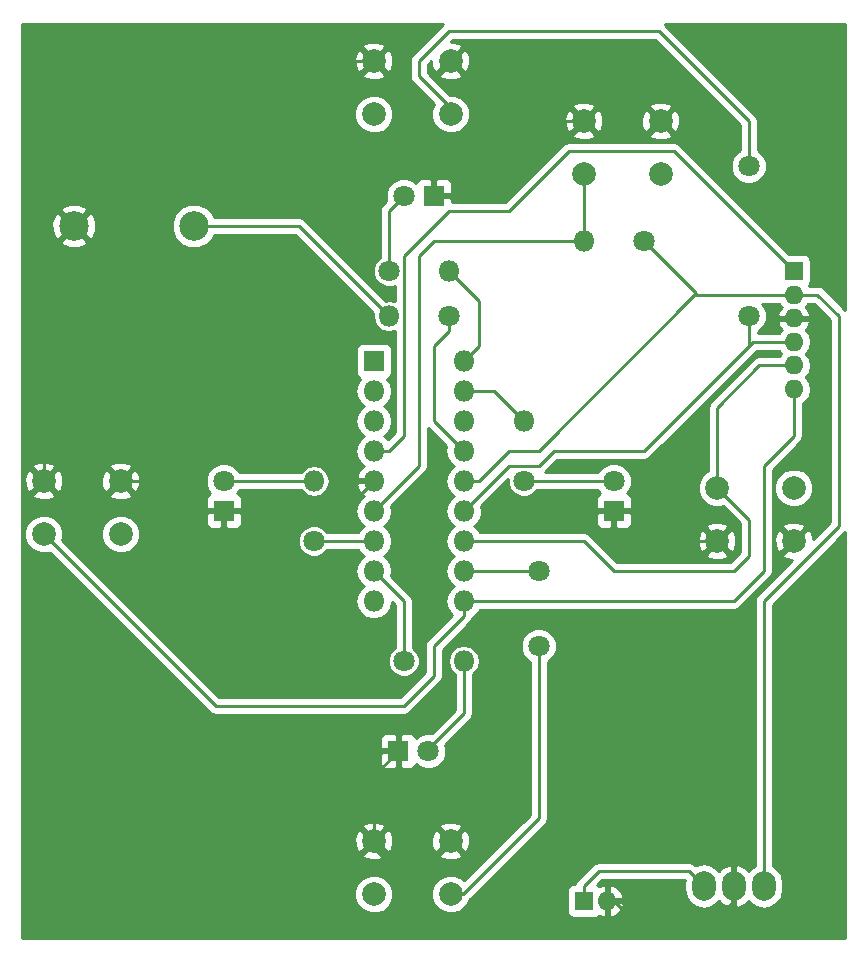
<source format=gbl>
G04 #@! TF.FileFunction,Copper,L2,Bot,Signal*
%FSLAX46Y46*%
G04 Gerber Fmt 4.6, Leading zero omitted, Abs format (unit mm)*
G04 Created by KiCad (PCBNEW 4.0.7-e2-6376~58~ubuntu16.04.1) date Wed Oct 11 22:45:29 2017*
%MOMM*%
%LPD*%
G01*
G04 APERTURE LIST*
%ADD10C,0.100000*%
%ADD11C,2.499360*%
%ADD12R,1.800000X1.800000*%
%ADD13C,1.800000*%
%ADD14O,1.800000X1.800000*%
%ADD15C,2.000000*%
%ADD16O,2.000000X2.500000*%
%ADD17R,1.600000X1.600000*%
%ADD18O,1.600000X1.600000*%
%ADD19C,0.250000*%
%ADD20C,0.254000*%
G04 APERTURE END LIST*
D10*
D11*
X53340000Y-80010000D03*
X63500000Y-80010000D03*
D12*
X66040000Y-104140000D03*
D13*
X66040000Y-101600000D03*
D12*
X80820000Y-124460000D03*
D13*
X83360000Y-124460000D03*
D12*
X99060000Y-104140000D03*
D13*
X99060000Y-101600000D03*
D12*
X83820000Y-77470000D03*
D13*
X81280000Y-77470000D03*
X73660000Y-106680000D03*
D14*
X73660000Y-101600000D03*
D13*
X81280000Y-116840000D03*
D14*
X86360000Y-116840000D03*
D13*
X101600000Y-81280000D03*
D14*
X96520000Y-81280000D03*
D13*
X91440000Y-101600000D03*
D14*
X91440000Y-96520000D03*
D13*
X80010000Y-83820000D03*
D14*
X85090000Y-83820000D03*
D13*
X85090000Y-87630000D03*
D14*
X80010000Y-87630000D03*
D15*
X50800000Y-106100000D03*
X50800000Y-101600000D03*
X57300000Y-106100000D03*
X57300000Y-101600000D03*
X78740000Y-136580000D03*
X78740000Y-132080000D03*
X85240000Y-136580000D03*
X85240000Y-132080000D03*
X114300000Y-102180000D03*
X114300000Y-106680000D03*
X107800000Y-102180000D03*
X107800000Y-106680000D03*
X78740000Y-70540000D03*
X78740000Y-66040000D03*
X85240000Y-70540000D03*
X85240000Y-66040000D03*
X96520000Y-75620000D03*
X96520000Y-71120000D03*
X103020000Y-75620000D03*
X103020000Y-71120000D03*
D16*
X109220000Y-135890000D03*
X111760000Y-135890000D03*
X106680000Y-135890000D03*
D12*
X78740000Y-91440000D03*
D14*
X86360000Y-111760000D03*
X78740000Y-93980000D03*
X86360000Y-109220000D03*
X78740000Y-96520000D03*
X86360000Y-106680000D03*
X78740000Y-99060000D03*
X86360000Y-104140000D03*
X78740000Y-101600000D03*
X86360000Y-101600000D03*
X78740000Y-104140000D03*
X86360000Y-99060000D03*
X78740000Y-106680000D03*
X86360000Y-96520000D03*
X78740000Y-109220000D03*
X86360000Y-93980000D03*
X78740000Y-111760000D03*
X86360000Y-91440000D03*
D17*
X96520000Y-137160000D03*
D18*
X98520000Y-137160000D03*
D17*
X114300000Y-83820000D03*
D18*
X114300000Y-85820000D03*
X114300000Y-87820000D03*
X114300000Y-89820000D03*
X114300000Y-91820000D03*
X114300000Y-93820000D03*
D13*
X110490000Y-74930000D03*
X110490000Y-87630000D03*
X92710000Y-109220000D03*
X92710000Y-115570000D03*
D19*
X96520000Y-137160000D02*
X96520000Y-135890000D01*
X105410000Y-134620000D02*
X106680000Y-135890000D01*
X97790000Y-134620000D02*
X105410000Y-134620000D01*
X96520000Y-135890000D02*
X97790000Y-134620000D01*
X78740000Y-132080000D02*
X78740000Y-126540000D01*
X78740000Y-126540000D02*
X80820000Y-124460000D01*
X98520000Y-137160000D02*
X98520000Y-138335000D01*
X85090000Y-139065000D02*
X78740000Y-132715000D01*
X97790000Y-139065000D02*
X85090000Y-139065000D01*
X98520000Y-138335000D02*
X97790000Y-139065000D01*
X78740000Y-132715000D02*
X78740000Y-132080000D01*
X83820000Y-77470000D02*
X83820000Y-76200000D01*
X81280000Y-68580000D02*
X78740000Y-66040000D01*
X81280000Y-73660000D02*
X81280000Y-68580000D01*
X83820000Y-76200000D02*
X81280000Y-73660000D01*
X114300000Y-87820000D02*
X115760000Y-87820000D01*
X115760000Y-87820000D02*
X116840000Y-88900000D01*
X116840000Y-88900000D02*
X116840000Y-104140000D01*
X116840000Y-104140000D02*
X114300000Y-106680000D01*
X78740000Y-66040000D02*
X67310000Y-66040000D01*
X67310000Y-66040000D02*
X53340000Y-80010000D01*
X96520000Y-71120000D02*
X95250000Y-71120000D01*
X90320000Y-71120000D02*
X85240000Y-66040000D01*
X95250000Y-71120000D02*
X90320000Y-71120000D01*
X99060000Y-104140000D02*
X101600000Y-104140000D01*
X104140000Y-106680000D02*
X107800000Y-106680000D01*
X101600000Y-104140000D02*
X104140000Y-106680000D01*
X69850000Y-104140000D02*
X76200000Y-104140000D01*
X66040000Y-104140000D02*
X69850000Y-104140000D01*
X76200000Y-104140000D02*
X78740000Y-101600000D01*
X57300000Y-101600000D02*
X59690000Y-101600000D01*
X59690000Y-101600000D02*
X62230000Y-104140000D01*
X62230000Y-104140000D02*
X66040000Y-104140000D01*
X50800000Y-101600000D02*
X50800000Y-82550000D01*
X50800000Y-82550000D02*
X53340000Y-80010000D01*
X98520000Y-137160000D02*
X98520000Y-137700000D01*
X98520000Y-137160000D02*
X99060000Y-137160000D01*
X99060000Y-137160000D02*
X100330000Y-138430000D01*
X100330000Y-138430000D02*
X107950000Y-138430000D01*
X107950000Y-138430000D02*
X109220000Y-137160000D01*
X109220000Y-137160000D02*
X109220000Y-135890000D01*
X63500000Y-80010000D02*
X72390000Y-80010000D01*
X72390000Y-80010000D02*
X80010000Y-87630000D01*
X66040000Y-101600000D02*
X73660000Y-101600000D01*
X83360000Y-124460000D02*
X83360000Y-124285000D01*
X83360000Y-124285000D02*
X86360000Y-121285000D01*
X86360000Y-121285000D02*
X86360000Y-116840000D01*
X91440000Y-101600000D02*
X99060000Y-101600000D01*
X80010000Y-83820000D02*
X80010000Y-78740000D01*
X80010000Y-78740000D02*
X81280000Y-77470000D01*
X78740000Y-99060000D02*
X80010000Y-99060000D01*
X104140000Y-73660000D02*
X114300000Y-83820000D01*
X95250000Y-73660000D02*
X104140000Y-73660000D01*
X90170000Y-78740000D02*
X95250000Y-73660000D01*
X85090000Y-78740000D02*
X90170000Y-78740000D01*
X81280000Y-82550000D02*
X85090000Y-78740000D01*
X81280000Y-97790000D02*
X81280000Y-82550000D01*
X80010000Y-99060000D02*
X81280000Y-97790000D01*
X86360000Y-101600000D02*
X87630000Y-101600000D01*
X106045000Y-85725000D02*
X105410000Y-85090000D01*
X92710000Y-99060000D02*
X106045000Y-85725000D01*
X90170000Y-99060000D02*
X92710000Y-99060000D01*
X87630000Y-101600000D02*
X90170000Y-99060000D01*
X111760000Y-135890000D02*
X111760000Y-111760000D01*
X116300000Y-85820000D02*
X114300000Y-85820000D01*
X118110000Y-87630000D02*
X116300000Y-85820000D01*
X118110000Y-105410000D02*
X118110000Y-87630000D01*
X111760000Y-111760000D02*
X118110000Y-105410000D01*
X114300000Y-85820000D02*
X106140000Y-85820000D01*
X106140000Y-85820000D02*
X105410000Y-85090000D01*
X105410000Y-85090000D02*
X101600000Y-81280000D01*
X85240000Y-70540000D02*
X85240000Y-70000000D01*
X85240000Y-70000000D02*
X82550000Y-67310000D01*
X82550000Y-67310000D02*
X82550000Y-66040000D01*
X82550000Y-66040000D02*
X85090000Y-63500000D01*
X85090000Y-63500000D02*
X102870000Y-63500000D01*
X102870000Y-63500000D02*
X110490000Y-71120000D01*
X110490000Y-71120000D02*
X110490000Y-74930000D01*
X110490000Y-87630000D02*
X110490000Y-90170000D01*
X86360000Y-104140000D02*
X90170000Y-100330000D01*
X110840000Y-89820000D02*
X114300000Y-89820000D01*
X101600000Y-99060000D02*
X110490000Y-90170000D01*
X110490000Y-90170000D02*
X110840000Y-89820000D01*
X93980000Y-99060000D02*
X101600000Y-99060000D01*
X92710000Y-100330000D02*
X93980000Y-99060000D01*
X90170000Y-100330000D02*
X92710000Y-100330000D01*
X86360000Y-106680000D02*
X96520000Y-106680000D01*
X110490000Y-104870000D02*
X107800000Y-102180000D01*
X110490000Y-107950000D02*
X110490000Y-104870000D01*
X109220000Y-109220000D02*
X110490000Y-107950000D01*
X99060000Y-109220000D02*
X109220000Y-109220000D01*
X96520000Y-106680000D02*
X99060000Y-109220000D01*
X114300000Y-91820000D02*
X111380000Y-91820000D01*
X107800000Y-95400000D02*
X107800000Y-102180000D01*
X111380000Y-91820000D02*
X107800000Y-95400000D01*
X107800000Y-102180000D02*
X107800000Y-102720000D01*
X114300000Y-93820000D02*
X114300000Y-97790000D01*
X109220000Y-111760000D02*
X86360000Y-111760000D01*
X111760000Y-109220000D02*
X109220000Y-111760000D01*
X111760000Y-100330000D02*
X111760000Y-109220000D01*
X114300000Y-97790000D02*
X111760000Y-100330000D01*
X86360000Y-111760000D02*
X86360000Y-113030000D01*
X65350000Y-120650000D02*
X50800000Y-106100000D01*
X81280000Y-120650000D02*
X65350000Y-120650000D01*
X83820000Y-118110000D02*
X81280000Y-120650000D01*
X83820000Y-115570000D02*
X83820000Y-118110000D01*
X86360000Y-113030000D02*
X83820000Y-115570000D01*
X73660000Y-106680000D02*
X78740000Y-106680000D01*
X81280000Y-116840000D02*
X81280000Y-111760000D01*
X81280000Y-111760000D02*
X78740000Y-109220000D01*
X96520000Y-81280000D02*
X83820000Y-81280000D01*
X82550000Y-100330000D02*
X78740000Y-104140000D01*
X82550000Y-82550000D02*
X82550000Y-100330000D01*
X83820000Y-81280000D02*
X82550000Y-82550000D01*
X96520000Y-81280000D02*
X96520000Y-75620000D01*
X86360000Y-93980000D02*
X88900000Y-93980000D01*
X88900000Y-93980000D02*
X91440000Y-96520000D01*
X85090000Y-83820000D02*
X87630000Y-86360000D01*
X87630000Y-90170000D02*
X86360000Y-91440000D01*
X87630000Y-86360000D02*
X87630000Y-90170000D01*
X85090000Y-87630000D02*
X85090000Y-88900000D01*
X83820000Y-96520000D02*
X86360000Y-99060000D01*
X83820000Y-90170000D02*
X83820000Y-96520000D01*
X85090000Y-88900000D02*
X83820000Y-90170000D01*
X85240000Y-136580000D02*
X86305000Y-136580000D01*
X92710000Y-109220000D02*
X86360000Y-109220000D01*
X92710000Y-130175000D02*
X92710000Y-115570000D01*
X86305000Y-136580000D02*
X92710000Y-130175000D01*
D20*
G36*
X84552599Y-62962599D02*
X82012599Y-65502599D01*
X81847852Y-65749161D01*
X81790000Y-66040000D01*
X81790000Y-67310000D01*
X81847852Y-67600839D01*
X82012599Y-67847401D01*
X83832163Y-69666965D01*
X83605284Y-70213352D01*
X83604716Y-70863795D01*
X83853106Y-71464943D01*
X84312637Y-71925278D01*
X84913352Y-72174716D01*
X85563795Y-72175284D01*
X86164943Y-71926894D01*
X86625278Y-71467363D01*
X86874716Y-70866648D01*
X86874725Y-70855461D01*
X94874092Y-70855461D01*
X94898144Y-71505460D01*
X95100613Y-71994264D01*
X95367468Y-72092927D01*
X96340395Y-71120000D01*
X96699605Y-71120000D01*
X97672532Y-72092927D01*
X97939387Y-71994264D01*
X98165908Y-71384539D01*
X98146331Y-70855461D01*
X101374092Y-70855461D01*
X101398144Y-71505460D01*
X101600613Y-71994264D01*
X101867468Y-72092927D01*
X102840395Y-71120000D01*
X103199605Y-71120000D01*
X104172532Y-72092927D01*
X104439387Y-71994264D01*
X104665908Y-71384539D01*
X104641856Y-70734540D01*
X104439387Y-70245736D01*
X104172532Y-70147073D01*
X103199605Y-71120000D01*
X102840395Y-71120000D01*
X101867468Y-70147073D01*
X101600613Y-70245736D01*
X101374092Y-70855461D01*
X98146331Y-70855461D01*
X98141856Y-70734540D01*
X97939387Y-70245736D01*
X97672532Y-70147073D01*
X96699605Y-71120000D01*
X96340395Y-71120000D01*
X95367468Y-70147073D01*
X95100613Y-70245736D01*
X94874092Y-70855461D01*
X86874725Y-70855461D01*
X86875284Y-70216205D01*
X86772508Y-69967468D01*
X95547073Y-69967468D01*
X96520000Y-70940395D01*
X97492927Y-69967468D01*
X102047073Y-69967468D01*
X103020000Y-70940395D01*
X103992927Y-69967468D01*
X103894264Y-69700613D01*
X103284539Y-69474092D01*
X102634540Y-69498144D01*
X102145736Y-69700613D01*
X102047073Y-69967468D01*
X97492927Y-69967468D01*
X97394264Y-69700613D01*
X96784539Y-69474092D01*
X96134540Y-69498144D01*
X95645736Y-69700613D01*
X95547073Y-69967468D01*
X86772508Y-69967468D01*
X86626894Y-69615057D01*
X86167363Y-69154722D01*
X85566648Y-68905284D01*
X85219783Y-68904981D01*
X83507334Y-67192532D01*
X84267073Y-67192532D01*
X84365736Y-67459387D01*
X84975461Y-67685908D01*
X85625460Y-67661856D01*
X86114264Y-67459387D01*
X86212927Y-67192532D01*
X85240000Y-66219605D01*
X84267073Y-67192532D01*
X83507334Y-67192532D01*
X83310000Y-66995198D01*
X83310000Y-66354802D01*
X83604627Y-66060175D01*
X83618144Y-66425460D01*
X83820613Y-66914264D01*
X84087468Y-67012927D01*
X85060395Y-66040000D01*
X85419605Y-66040000D01*
X86392532Y-67012927D01*
X86659387Y-66914264D01*
X86885908Y-66304539D01*
X86861856Y-65654540D01*
X86659387Y-65165736D01*
X86392532Y-65067073D01*
X85419605Y-66040000D01*
X85060395Y-66040000D01*
X85046253Y-66025858D01*
X85225858Y-65846253D01*
X85240000Y-65860395D01*
X86212927Y-64887468D01*
X86114264Y-64620613D01*
X85504539Y-64394092D01*
X85261725Y-64403077D01*
X85404802Y-64260000D01*
X102555198Y-64260000D01*
X109730000Y-71434802D01*
X109730000Y-73583154D01*
X109621629Y-73627932D01*
X109189449Y-74059357D01*
X108955267Y-74623330D01*
X108954735Y-75233991D01*
X109187932Y-75798371D01*
X109619357Y-76230551D01*
X110183330Y-76464733D01*
X110793991Y-76465265D01*
X111358371Y-76232068D01*
X111790551Y-75800643D01*
X112024733Y-75236670D01*
X112025265Y-74626009D01*
X111792068Y-74061629D01*
X111360643Y-73629449D01*
X111250000Y-73583506D01*
X111250000Y-71120000D01*
X111199037Y-70863795D01*
X111192148Y-70829160D01*
X111027401Y-70582599D01*
X103407401Y-62962599D01*
X103373579Y-62940000D01*
X118670000Y-62940000D01*
X118670000Y-87126421D01*
X118647401Y-87092599D01*
X116837401Y-85282599D01*
X116590839Y-85117852D01*
X116300000Y-85060000D01*
X115567901Y-85060000D01*
X115696431Y-84871890D01*
X115747440Y-84620000D01*
X115747440Y-83020000D01*
X115703162Y-82784683D01*
X115564090Y-82568559D01*
X115351890Y-82423569D01*
X115100000Y-82372560D01*
X113927362Y-82372560D01*
X104677401Y-73122599D01*
X104430839Y-72957852D01*
X104140000Y-72900000D01*
X95250000Y-72900000D01*
X94959161Y-72957852D01*
X94712599Y-73122599D01*
X89855198Y-77980000D01*
X85355000Y-77980000D01*
X85355000Y-77755750D01*
X85196250Y-77597000D01*
X83947000Y-77597000D01*
X83947000Y-77617000D01*
X83693000Y-77617000D01*
X83693000Y-77597000D01*
X83673000Y-77597000D01*
X83673000Y-77343000D01*
X83693000Y-77343000D01*
X83693000Y-76093750D01*
X83947000Y-76093750D01*
X83947000Y-77343000D01*
X85196250Y-77343000D01*
X85355000Y-77184250D01*
X85355000Y-76443690D01*
X85258327Y-76210301D01*
X85079698Y-76031673D01*
X84846309Y-75935000D01*
X84105750Y-75935000D01*
X83947000Y-76093750D01*
X83693000Y-76093750D01*
X83534250Y-75935000D01*
X82793691Y-75935000D01*
X82560302Y-76031673D01*
X82381673Y-76210301D01*
X82325881Y-76344994D01*
X82150643Y-76169449D01*
X81586670Y-75935267D01*
X80976009Y-75934735D01*
X80411629Y-76167932D01*
X79979449Y-76599357D01*
X79745267Y-77163330D01*
X79744735Y-77773991D01*
X79790485Y-77884713D01*
X79472599Y-78202599D01*
X79307852Y-78449161D01*
X79250000Y-78740000D01*
X79250000Y-82692345D01*
X78878902Y-83062796D01*
X78675232Y-83553287D01*
X78674769Y-84084383D01*
X78877582Y-84575229D01*
X79252796Y-84951098D01*
X79743287Y-85154768D01*
X80274383Y-85155231D01*
X80520000Y-85053744D01*
X80520000Y-86391243D01*
X80036154Y-86295000D01*
X79983846Y-86295000D01*
X79788632Y-86333830D01*
X72927401Y-79472599D01*
X72680839Y-79307852D01*
X72390000Y-79250000D01*
X65225201Y-79250000D01*
X65098686Y-78943809D01*
X64568979Y-78413178D01*
X63876531Y-78125648D01*
X63126759Y-78124994D01*
X62433809Y-78411314D01*
X61903178Y-78941021D01*
X61615648Y-79633469D01*
X61614994Y-80383241D01*
X61901314Y-81076191D01*
X62431021Y-81606822D01*
X63123469Y-81894352D01*
X63873241Y-81895006D01*
X64566191Y-81608686D01*
X65096822Y-81078979D01*
X65225121Y-80770000D01*
X72075198Y-80770000D01*
X78696355Y-87391157D01*
X78648846Y-87630000D01*
X78750467Y-88140882D01*
X79039858Y-88573988D01*
X79472964Y-88863379D01*
X79983846Y-88965000D01*
X80036154Y-88965000D01*
X80520000Y-88868757D01*
X80520000Y-97475198D01*
X79921621Y-98073577D01*
X79855481Y-97974591D01*
X79579221Y-97790000D01*
X79855481Y-97605409D01*
X80188227Y-97107419D01*
X80305072Y-96520000D01*
X80188227Y-95932581D01*
X79855481Y-95434591D01*
X79579221Y-95250000D01*
X79855481Y-95065409D01*
X80188227Y-94567419D01*
X80305072Y-93980000D01*
X80188227Y-93392581D01*
X79884141Y-92937484D01*
X80091441Y-92804090D01*
X80236431Y-92591890D01*
X80287440Y-92340000D01*
X80287440Y-90540000D01*
X80243162Y-90304683D01*
X80104090Y-90088559D01*
X79891890Y-89943569D01*
X79640000Y-89892560D01*
X77840000Y-89892560D01*
X77604683Y-89936838D01*
X77388559Y-90075910D01*
X77243569Y-90288110D01*
X77192560Y-90540000D01*
X77192560Y-92340000D01*
X77236838Y-92575317D01*
X77375910Y-92791441D01*
X77588110Y-92936431D01*
X77595555Y-92937939D01*
X77291773Y-93392581D01*
X77174928Y-93980000D01*
X77291773Y-94567419D01*
X77624519Y-95065409D01*
X77900779Y-95250000D01*
X77624519Y-95434591D01*
X77291773Y-95932581D01*
X77174928Y-96520000D01*
X77291773Y-97107419D01*
X77624519Y-97605409D01*
X77900779Y-97790000D01*
X77624519Y-97974591D01*
X77291773Y-98472581D01*
X77174928Y-99060000D01*
X77291773Y-99647419D01*
X77624519Y-100145409D01*
X77900925Y-100330097D01*
X77832424Y-100362034D01*
X77427760Y-100803583D01*
X77248964Y-101235260D01*
X77369622Y-101473000D01*
X78613000Y-101473000D01*
X78613000Y-101453000D01*
X78867000Y-101453000D01*
X78867000Y-101473000D01*
X78887000Y-101473000D01*
X78887000Y-101727000D01*
X78867000Y-101727000D01*
X78867000Y-101747000D01*
X78613000Y-101747000D01*
X78613000Y-101727000D01*
X77369622Y-101727000D01*
X77248964Y-101964740D01*
X77427760Y-102396417D01*
X77832424Y-102837966D01*
X77900925Y-102869903D01*
X77624519Y-103054591D01*
X77291773Y-103552581D01*
X77174928Y-104140000D01*
X77291773Y-104727419D01*
X77624519Y-105225409D01*
X77900779Y-105410000D01*
X77624519Y-105594591D01*
X77407088Y-105920000D01*
X74787655Y-105920000D01*
X74417204Y-105548902D01*
X73926713Y-105345232D01*
X73395617Y-105344769D01*
X72904771Y-105547582D01*
X72528902Y-105922796D01*
X72325232Y-106413287D01*
X72324769Y-106944383D01*
X72527582Y-107435229D01*
X72902796Y-107811098D01*
X73393287Y-108014768D01*
X73924383Y-108015231D01*
X74415229Y-107812418D01*
X74788297Y-107440000D01*
X77407088Y-107440000D01*
X77624519Y-107765409D01*
X77900779Y-107950000D01*
X77624519Y-108134591D01*
X77291773Y-108632581D01*
X77174928Y-109220000D01*
X77291773Y-109807419D01*
X77624519Y-110305409D01*
X77900779Y-110490000D01*
X77624519Y-110674591D01*
X77291773Y-111172581D01*
X77174928Y-111760000D01*
X77291773Y-112347419D01*
X77624519Y-112845409D01*
X78122509Y-113178155D01*
X78709928Y-113295000D01*
X78770072Y-113295000D01*
X79357491Y-113178155D01*
X79855481Y-112845409D01*
X80188227Y-112347419D01*
X80288502Y-111843304D01*
X80520000Y-112074802D01*
X80520000Y-115712345D01*
X80148902Y-116082796D01*
X79945232Y-116573287D01*
X79944769Y-117104383D01*
X80147582Y-117595229D01*
X80522796Y-117971098D01*
X81013287Y-118174768D01*
X81544383Y-118175231D01*
X82035229Y-117972418D01*
X82411098Y-117597204D01*
X82614768Y-117106713D01*
X82615231Y-116575617D01*
X82412418Y-116084771D01*
X82040000Y-115711703D01*
X82040000Y-111760000D01*
X81982148Y-111469161D01*
X81982148Y-111469160D01*
X81817401Y-111222599D01*
X80223731Y-109628929D01*
X80305072Y-109220000D01*
X80188227Y-108632581D01*
X79855481Y-108134591D01*
X79579221Y-107950000D01*
X79855481Y-107765409D01*
X80188227Y-107267419D01*
X80305072Y-106680000D01*
X80188227Y-106092581D01*
X79855481Y-105594591D01*
X79579221Y-105410000D01*
X79855481Y-105225409D01*
X80188227Y-104727419D01*
X80305072Y-104140000D01*
X80223731Y-103731071D01*
X83087401Y-100867401D01*
X83252148Y-100620839D01*
X83310000Y-100330000D01*
X83310000Y-97084802D01*
X84876269Y-98651071D01*
X84794928Y-99060000D01*
X84911773Y-99647419D01*
X85244519Y-100145409D01*
X85520779Y-100330000D01*
X85244519Y-100514591D01*
X84911773Y-101012581D01*
X84794928Y-101600000D01*
X84911773Y-102187419D01*
X85244519Y-102685409D01*
X85520779Y-102870000D01*
X85244519Y-103054591D01*
X84911773Y-103552581D01*
X84794928Y-104140000D01*
X84911773Y-104727419D01*
X85244519Y-105225409D01*
X85520779Y-105410000D01*
X85244519Y-105594591D01*
X84911773Y-106092581D01*
X84794928Y-106680000D01*
X84911773Y-107267419D01*
X85244519Y-107765409D01*
X85520779Y-107950000D01*
X85244519Y-108134591D01*
X84911773Y-108632581D01*
X84794928Y-109220000D01*
X84911773Y-109807419D01*
X85244519Y-110305409D01*
X85520779Y-110490000D01*
X85244519Y-110674591D01*
X84911773Y-111172581D01*
X84794928Y-111760000D01*
X84911773Y-112347419D01*
X85244519Y-112845409D01*
X85379559Y-112935639D01*
X83282599Y-115032599D01*
X83117852Y-115279161D01*
X83060000Y-115570000D01*
X83060000Y-117795198D01*
X80965198Y-119890000D01*
X65664802Y-119890000D01*
X52366275Y-106591473D01*
X52434716Y-106426648D01*
X52434718Y-106423795D01*
X55664716Y-106423795D01*
X55913106Y-107024943D01*
X56372637Y-107485278D01*
X56973352Y-107734716D01*
X57623795Y-107735284D01*
X58224943Y-107486894D01*
X58685278Y-107027363D01*
X58934716Y-106426648D01*
X58935284Y-105776205D01*
X58686894Y-105175057D01*
X58227363Y-104714722D01*
X57626648Y-104465284D01*
X56976205Y-104464716D01*
X56375057Y-104713106D01*
X55914722Y-105172637D01*
X55665284Y-105773352D01*
X55664716Y-106423795D01*
X52434718Y-106423795D01*
X52435284Y-105776205D01*
X52186894Y-105175057D01*
X51727363Y-104714722D01*
X51126648Y-104465284D01*
X50476205Y-104464716D01*
X49875057Y-104713106D01*
X49414722Y-105172637D01*
X49165284Y-105773352D01*
X49164716Y-106423795D01*
X49413106Y-107024943D01*
X49872637Y-107485278D01*
X50473352Y-107734716D01*
X51123795Y-107735284D01*
X51291279Y-107666081D01*
X64812599Y-121187401D01*
X65059160Y-121352148D01*
X65350000Y-121410000D01*
X81280000Y-121410000D01*
X81570839Y-121352148D01*
X81817401Y-121187401D01*
X84357401Y-118647401D01*
X84522148Y-118400840D01*
X84531746Y-118352586D01*
X84580000Y-118110000D01*
X84580000Y-115884802D01*
X86897401Y-113567401D01*
X87062148Y-113320840D01*
X87071746Y-113272586D01*
X87107857Y-113091047D01*
X87475481Y-112845409D01*
X87692912Y-112520000D01*
X109220000Y-112520000D01*
X109510839Y-112462148D01*
X109757401Y-112297401D01*
X112297401Y-109757401D01*
X112462148Y-109510840D01*
X112471746Y-109462586D01*
X112520000Y-109220000D01*
X112520000Y-106415461D01*
X112654092Y-106415461D01*
X112678144Y-107065460D01*
X112880613Y-107554264D01*
X113147468Y-107652927D01*
X114120395Y-106680000D01*
X113147468Y-105707073D01*
X112880613Y-105805736D01*
X112654092Y-106415461D01*
X112520000Y-106415461D01*
X112520000Y-105527468D01*
X113327073Y-105527468D01*
X114300000Y-106500395D01*
X115272927Y-105527468D01*
X115174264Y-105260613D01*
X114564539Y-105034092D01*
X113914540Y-105058144D01*
X113425736Y-105260613D01*
X113327073Y-105527468D01*
X112520000Y-105527468D01*
X112520000Y-102503795D01*
X112664716Y-102503795D01*
X112913106Y-103104943D01*
X113372637Y-103565278D01*
X113973352Y-103814716D01*
X114623795Y-103815284D01*
X115224943Y-103566894D01*
X115685278Y-103107363D01*
X115934716Y-102506648D01*
X115935284Y-101856205D01*
X115686894Y-101255057D01*
X115227363Y-100794722D01*
X114626648Y-100545284D01*
X113976205Y-100544716D01*
X113375057Y-100793106D01*
X112914722Y-101252637D01*
X112665284Y-101853352D01*
X112664716Y-102503795D01*
X112520000Y-102503795D01*
X112520000Y-100644802D01*
X114837401Y-98327401D01*
X115002148Y-98080840D01*
X115023282Y-97974591D01*
X115060000Y-97790000D01*
X115060000Y-95023667D01*
X115342811Y-94834698D01*
X115653880Y-94369151D01*
X115763113Y-93820000D01*
X115653880Y-93270849D01*
X115352632Y-92820000D01*
X115653880Y-92369151D01*
X115763113Y-91820000D01*
X115653880Y-91270849D01*
X115352632Y-90820000D01*
X115653880Y-90369151D01*
X115763113Y-89820000D01*
X115653880Y-89270849D01*
X115342811Y-88805302D01*
X115320188Y-88790185D01*
X115531041Y-88557423D01*
X115691904Y-88169039D01*
X115569915Y-87947000D01*
X114427000Y-87947000D01*
X114427000Y-87967000D01*
X114173000Y-87967000D01*
X114173000Y-87947000D01*
X113030085Y-87947000D01*
X112908096Y-88169039D01*
X113068959Y-88557423D01*
X113279812Y-88790185D01*
X113257189Y-88805302D01*
X113087005Y-89060000D01*
X111250000Y-89060000D01*
X111250000Y-88976846D01*
X111358371Y-88932068D01*
X111790551Y-88500643D01*
X112024733Y-87936670D01*
X112025265Y-87326009D01*
X111792068Y-86761629D01*
X111610756Y-86580000D01*
X113087005Y-86580000D01*
X113257189Y-86834698D01*
X113279812Y-86849815D01*
X113068959Y-87082577D01*
X112908096Y-87470961D01*
X113030085Y-87693000D01*
X114173000Y-87693000D01*
X114173000Y-87673000D01*
X114427000Y-87673000D01*
X114427000Y-87693000D01*
X115569915Y-87693000D01*
X115691904Y-87470961D01*
X115531041Y-87082577D01*
X115320188Y-86849815D01*
X115342811Y-86834698D01*
X115512995Y-86580000D01*
X115985198Y-86580000D01*
X117350000Y-87944802D01*
X117350000Y-105095198D01*
X115930020Y-106515178D01*
X115921856Y-106294540D01*
X115719387Y-105805736D01*
X115452532Y-105707073D01*
X114479605Y-106680000D01*
X114493748Y-106694143D01*
X114314143Y-106873748D01*
X114300000Y-106859605D01*
X113327073Y-107832532D01*
X113425736Y-108099387D01*
X114035461Y-108325908D01*
X114122511Y-108322687D01*
X111222599Y-111222599D01*
X111057852Y-111469161D01*
X111000000Y-111760000D01*
X111000000Y-134182273D01*
X110603880Y-134446951D01*
X110479658Y-134632863D01*
X110283337Y-134385702D01*
X109722396Y-134074258D01*
X109600434Y-134049876D01*
X109347000Y-134169223D01*
X109347000Y-135763000D01*
X109367000Y-135763000D01*
X109367000Y-136017000D01*
X109347000Y-136017000D01*
X109347000Y-137610777D01*
X109600434Y-137730124D01*
X109722396Y-137705742D01*
X110283337Y-137394298D01*
X110479658Y-137147137D01*
X110603880Y-137333049D01*
X111134313Y-137687472D01*
X111760000Y-137811929D01*
X112385687Y-137687472D01*
X112916120Y-137333049D01*
X113270543Y-136802616D01*
X113395000Y-136176929D01*
X113395000Y-135603071D01*
X113270543Y-134977384D01*
X112916120Y-134446951D01*
X112520000Y-134182273D01*
X112520000Y-112074802D01*
X118647401Y-105947401D01*
X118670000Y-105913579D01*
X118670000Y-140260000D01*
X48970000Y-140260000D01*
X48970000Y-136903795D01*
X77104716Y-136903795D01*
X77353106Y-137504943D01*
X77812637Y-137965278D01*
X78413352Y-138214716D01*
X79063795Y-138215284D01*
X79664943Y-137966894D01*
X80125278Y-137507363D01*
X80374716Y-136906648D01*
X80374718Y-136903795D01*
X83604716Y-136903795D01*
X83853106Y-137504943D01*
X84312637Y-137965278D01*
X84913352Y-138214716D01*
X85563795Y-138215284D01*
X86164943Y-137966894D01*
X86625278Y-137507363D01*
X86766009Y-137168444D01*
X86842401Y-137117401D01*
X87599802Y-136360000D01*
X95072560Y-136360000D01*
X95072560Y-137960000D01*
X95116838Y-138195317D01*
X95255910Y-138411441D01*
X95468110Y-138556431D01*
X95720000Y-138607440D01*
X97320000Y-138607440D01*
X97555317Y-138563162D01*
X97771441Y-138424090D01*
X97791498Y-138394736D01*
X98170961Y-138551904D01*
X98393000Y-138429915D01*
X98393000Y-137287000D01*
X98647000Y-137287000D01*
X98647000Y-138429915D01*
X98869039Y-138551904D01*
X99257423Y-138391041D01*
X99672389Y-138015134D01*
X99911914Y-137509041D01*
X99790629Y-137287000D01*
X98647000Y-137287000D01*
X98393000Y-137287000D01*
X98373000Y-137287000D01*
X98373000Y-137033000D01*
X98393000Y-137033000D01*
X98393000Y-135890085D01*
X98647000Y-135890085D01*
X98647000Y-137033000D01*
X99790629Y-137033000D01*
X99911914Y-136810959D01*
X99672389Y-136304866D01*
X99257423Y-135928959D01*
X98869039Y-135768096D01*
X98647000Y-135890085D01*
X98393000Y-135890085D01*
X98170961Y-135768096D01*
X97794136Y-135924171D01*
X97784090Y-135908559D01*
X97660612Y-135824190D01*
X98104802Y-135380000D01*
X105089372Y-135380000D01*
X105045000Y-135603071D01*
X105045000Y-136176929D01*
X105169457Y-136802616D01*
X105523880Y-137333049D01*
X106054313Y-137687472D01*
X106680000Y-137811929D01*
X107305687Y-137687472D01*
X107836120Y-137333049D01*
X107960342Y-137147137D01*
X108156663Y-137394298D01*
X108717604Y-137705742D01*
X108839566Y-137730124D01*
X109093000Y-137610777D01*
X109093000Y-136017000D01*
X109073000Y-136017000D01*
X109073000Y-135763000D01*
X109093000Y-135763000D01*
X109093000Y-134169223D01*
X108839566Y-134049876D01*
X108717604Y-134074258D01*
X108156663Y-134385702D01*
X107960342Y-134632863D01*
X107836120Y-134446951D01*
X107305687Y-134092528D01*
X106680000Y-133968071D01*
X106054313Y-134092528D01*
X105996176Y-134131374D01*
X105947401Y-134082599D01*
X105700839Y-133917852D01*
X105410000Y-133860000D01*
X97790000Y-133860000D01*
X97499160Y-133917852D01*
X97252599Y-134082599D01*
X95982599Y-135352599D01*
X95817852Y-135599161D01*
X95795295Y-135712560D01*
X95720000Y-135712560D01*
X95484683Y-135756838D01*
X95268559Y-135895910D01*
X95123569Y-136108110D01*
X95072560Y-136360000D01*
X87599802Y-136360000D01*
X93247401Y-130712401D01*
X93412148Y-130465839D01*
X93470000Y-130175000D01*
X93470000Y-116916846D01*
X93578371Y-116872068D01*
X94010551Y-116440643D01*
X94244733Y-115876670D01*
X94245265Y-115266009D01*
X94012068Y-114701629D01*
X93580643Y-114269449D01*
X93016670Y-114035267D01*
X92406009Y-114034735D01*
X91841629Y-114267932D01*
X91409449Y-114699357D01*
X91175267Y-115263330D01*
X91174735Y-115873991D01*
X91407932Y-116438371D01*
X91839357Y-116870551D01*
X91950000Y-116916494D01*
X91950000Y-129860198D01*
X86391224Y-135418974D01*
X86167363Y-135194722D01*
X85566648Y-134945284D01*
X84916205Y-134944716D01*
X84315057Y-135193106D01*
X83854722Y-135652637D01*
X83605284Y-136253352D01*
X83604716Y-136903795D01*
X80374718Y-136903795D01*
X80375284Y-136256205D01*
X80126894Y-135655057D01*
X79667363Y-135194722D01*
X79066648Y-134945284D01*
X78416205Y-134944716D01*
X77815057Y-135193106D01*
X77354722Y-135652637D01*
X77105284Y-136253352D01*
X77104716Y-136903795D01*
X48970000Y-136903795D01*
X48970000Y-133232532D01*
X77767073Y-133232532D01*
X77865736Y-133499387D01*
X78475461Y-133725908D01*
X79125460Y-133701856D01*
X79614264Y-133499387D01*
X79712927Y-133232532D01*
X84267073Y-133232532D01*
X84365736Y-133499387D01*
X84975461Y-133725908D01*
X85625460Y-133701856D01*
X86114264Y-133499387D01*
X86212927Y-133232532D01*
X85240000Y-132259605D01*
X84267073Y-133232532D01*
X79712927Y-133232532D01*
X78740000Y-132259605D01*
X77767073Y-133232532D01*
X48970000Y-133232532D01*
X48970000Y-131815461D01*
X77094092Y-131815461D01*
X77118144Y-132465460D01*
X77320613Y-132954264D01*
X77587468Y-133052927D01*
X78560395Y-132080000D01*
X78919605Y-132080000D01*
X79892532Y-133052927D01*
X80159387Y-132954264D01*
X80385908Y-132344539D01*
X80366331Y-131815461D01*
X83594092Y-131815461D01*
X83618144Y-132465460D01*
X83820613Y-132954264D01*
X84087468Y-133052927D01*
X85060395Y-132080000D01*
X85419605Y-132080000D01*
X86392532Y-133052927D01*
X86659387Y-132954264D01*
X86885908Y-132344539D01*
X86861856Y-131694540D01*
X86659387Y-131205736D01*
X86392532Y-131107073D01*
X85419605Y-132080000D01*
X85060395Y-132080000D01*
X84087468Y-131107073D01*
X83820613Y-131205736D01*
X83594092Y-131815461D01*
X80366331Y-131815461D01*
X80361856Y-131694540D01*
X80159387Y-131205736D01*
X79892532Y-131107073D01*
X78919605Y-132080000D01*
X78560395Y-132080000D01*
X77587468Y-131107073D01*
X77320613Y-131205736D01*
X77094092Y-131815461D01*
X48970000Y-131815461D01*
X48970000Y-130927468D01*
X77767073Y-130927468D01*
X78740000Y-131900395D01*
X79712927Y-130927468D01*
X84267073Y-130927468D01*
X85240000Y-131900395D01*
X86212927Y-130927468D01*
X86114264Y-130660613D01*
X85504539Y-130434092D01*
X84854540Y-130458144D01*
X84365736Y-130660613D01*
X84267073Y-130927468D01*
X79712927Y-130927468D01*
X79614264Y-130660613D01*
X79004539Y-130434092D01*
X78354540Y-130458144D01*
X77865736Y-130660613D01*
X77767073Y-130927468D01*
X48970000Y-130927468D01*
X48970000Y-124745750D01*
X79285000Y-124745750D01*
X79285000Y-125486310D01*
X79381673Y-125719699D01*
X79560302Y-125898327D01*
X79793691Y-125995000D01*
X80534250Y-125995000D01*
X80693000Y-125836250D01*
X80693000Y-124587000D01*
X79443750Y-124587000D01*
X79285000Y-124745750D01*
X48970000Y-124745750D01*
X48970000Y-123433690D01*
X79285000Y-123433690D01*
X79285000Y-124174250D01*
X79443750Y-124333000D01*
X80693000Y-124333000D01*
X80693000Y-123083750D01*
X80947000Y-123083750D01*
X80947000Y-124333000D01*
X80967000Y-124333000D01*
X80967000Y-124587000D01*
X80947000Y-124587000D01*
X80947000Y-125836250D01*
X81105750Y-125995000D01*
X81846309Y-125995000D01*
X82079698Y-125898327D01*
X82258327Y-125719699D01*
X82314119Y-125585006D01*
X82489357Y-125760551D01*
X83053330Y-125994733D01*
X83663991Y-125995265D01*
X84228371Y-125762068D01*
X84660551Y-125330643D01*
X84894733Y-124766670D01*
X84895265Y-124156009D01*
X84798349Y-123921453D01*
X86897401Y-121822401D01*
X87062148Y-121575839D01*
X87120000Y-121285000D01*
X87120000Y-117924400D01*
X87330142Y-117783988D01*
X87619533Y-117350882D01*
X87721154Y-116840000D01*
X87619533Y-116329118D01*
X87330142Y-115896012D01*
X86897036Y-115606621D01*
X86386154Y-115505000D01*
X86333846Y-115505000D01*
X85822964Y-115606621D01*
X85389858Y-115896012D01*
X85100467Y-116329118D01*
X84998846Y-116840000D01*
X85100467Y-117350882D01*
X85389858Y-117783988D01*
X85600000Y-117924400D01*
X85600000Y-120970198D01*
X83644950Y-122925248D01*
X83056009Y-122924735D01*
X82491629Y-123157932D01*
X82314159Y-123335092D01*
X82258327Y-123200301D01*
X82079698Y-123021673D01*
X81846309Y-122925000D01*
X81105750Y-122925000D01*
X80947000Y-123083750D01*
X80693000Y-123083750D01*
X80534250Y-122925000D01*
X79793691Y-122925000D01*
X79560302Y-123021673D01*
X79381673Y-123200301D01*
X79285000Y-123433690D01*
X48970000Y-123433690D01*
X48970000Y-104425750D01*
X64505000Y-104425750D01*
X64505000Y-105166309D01*
X64601673Y-105399698D01*
X64780301Y-105578327D01*
X65013690Y-105675000D01*
X65754250Y-105675000D01*
X65913000Y-105516250D01*
X65913000Y-104267000D01*
X66167000Y-104267000D01*
X66167000Y-105516250D01*
X66325750Y-105675000D01*
X67066310Y-105675000D01*
X67299699Y-105578327D01*
X67478327Y-105399698D01*
X67575000Y-105166309D01*
X67575000Y-104425750D01*
X67416250Y-104267000D01*
X66167000Y-104267000D01*
X65913000Y-104267000D01*
X64663750Y-104267000D01*
X64505000Y-104425750D01*
X48970000Y-104425750D01*
X48970000Y-102752532D01*
X49827073Y-102752532D01*
X49925736Y-103019387D01*
X50535461Y-103245908D01*
X51185460Y-103221856D01*
X51674264Y-103019387D01*
X51772927Y-102752532D01*
X56327073Y-102752532D01*
X56425736Y-103019387D01*
X57035461Y-103245908D01*
X57685460Y-103221856D01*
X58174264Y-103019387D01*
X58272927Y-102752532D01*
X57300000Y-101779605D01*
X56327073Y-102752532D01*
X51772927Y-102752532D01*
X50800000Y-101779605D01*
X49827073Y-102752532D01*
X48970000Y-102752532D01*
X48970000Y-101335461D01*
X49154092Y-101335461D01*
X49178144Y-101985460D01*
X49380613Y-102474264D01*
X49647468Y-102572927D01*
X50620395Y-101600000D01*
X50979605Y-101600000D01*
X51952532Y-102572927D01*
X52219387Y-102474264D01*
X52445908Y-101864539D01*
X52426331Y-101335461D01*
X55654092Y-101335461D01*
X55678144Y-101985460D01*
X55880613Y-102474264D01*
X56147468Y-102572927D01*
X57120395Y-101600000D01*
X57479605Y-101600000D01*
X58452532Y-102572927D01*
X58719387Y-102474264D01*
X58931251Y-101903991D01*
X64504735Y-101903991D01*
X64737932Y-102468371D01*
X64915092Y-102645841D01*
X64780301Y-102701673D01*
X64601673Y-102880302D01*
X64505000Y-103113691D01*
X64505000Y-103854250D01*
X64663750Y-104013000D01*
X65913000Y-104013000D01*
X65913000Y-103993000D01*
X66167000Y-103993000D01*
X66167000Y-104013000D01*
X67416250Y-104013000D01*
X67575000Y-103854250D01*
X67575000Y-103113691D01*
X67478327Y-102880302D01*
X67299699Y-102701673D01*
X67165006Y-102645881D01*
X67340551Y-102470643D01*
X67386494Y-102360000D01*
X72575600Y-102360000D01*
X72716012Y-102570142D01*
X73149118Y-102859533D01*
X73660000Y-102961154D01*
X74170882Y-102859533D01*
X74603988Y-102570142D01*
X74893379Y-102137036D01*
X74995000Y-101626154D01*
X74995000Y-101573846D01*
X74893379Y-101062964D01*
X74603988Y-100629858D01*
X74170882Y-100340467D01*
X73660000Y-100238846D01*
X73149118Y-100340467D01*
X72716012Y-100629858D01*
X72575600Y-100840000D01*
X67386846Y-100840000D01*
X67342068Y-100731629D01*
X66910643Y-100299449D01*
X66346670Y-100065267D01*
X65736009Y-100064735D01*
X65171629Y-100297932D01*
X64739449Y-100729357D01*
X64505267Y-101293330D01*
X64504735Y-101903991D01*
X58931251Y-101903991D01*
X58945908Y-101864539D01*
X58921856Y-101214540D01*
X58719387Y-100725736D01*
X58452532Y-100627073D01*
X57479605Y-101600000D01*
X57120395Y-101600000D01*
X56147468Y-100627073D01*
X55880613Y-100725736D01*
X55654092Y-101335461D01*
X52426331Y-101335461D01*
X52421856Y-101214540D01*
X52219387Y-100725736D01*
X51952532Y-100627073D01*
X50979605Y-101600000D01*
X50620395Y-101600000D01*
X49647468Y-100627073D01*
X49380613Y-100725736D01*
X49154092Y-101335461D01*
X48970000Y-101335461D01*
X48970000Y-100447468D01*
X49827073Y-100447468D01*
X50800000Y-101420395D01*
X51772927Y-100447468D01*
X56327073Y-100447468D01*
X57300000Y-101420395D01*
X58272927Y-100447468D01*
X58174264Y-100180613D01*
X57564539Y-99954092D01*
X56914540Y-99978144D01*
X56425736Y-100180613D01*
X56327073Y-100447468D01*
X51772927Y-100447468D01*
X51674264Y-100180613D01*
X51064539Y-99954092D01*
X50414540Y-99978144D01*
X49925736Y-100180613D01*
X49827073Y-100447468D01*
X48970000Y-100447468D01*
X48970000Y-81343089D01*
X52186517Y-81343089D01*
X52315725Y-81635859D01*
X53015883Y-81904071D01*
X53765384Y-81883928D01*
X54364275Y-81635859D01*
X54493483Y-81343089D01*
X53340000Y-80189605D01*
X52186517Y-81343089D01*
X48970000Y-81343089D01*
X48970000Y-79685883D01*
X51445929Y-79685883D01*
X51466072Y-80435384D01*
X51714141Y-81034275D01*
X52006911Y-81163483D01*
X53160395Y-80010000D01*
X53519605Y-80010000D01*
X54673089Y-81163483D01*
X54965859Y-81034275D01*
X55234071Y-80334117D01*
X55213928Y-79584616D01*
X54965859Y-78985725D01*
X54673089Y-78856517D01*
X53519605Y-80010000D01*
X53160395Y-80010000D01*
X52006911Y-78856517D01*
X51714141Y-78985725D01*
X51445929Y-79685883D01*
X48970000Y-79685883D01*
X48970000Y-78676911D01*
X52186517Y-78676911D01*
X53340000Y-79830395D01*
X54493483Y-78676911D01*
X54364275Y-78384141D01*
X53664117Y-78115929D01*
X52914616Y-78136072D01*
X52315725Y-78384141D01*
X52186517Y-78676911D01*
X48970000Y-78676911D01*
X48970000Y-72272532D01*
X95547073Y-72272532D01*
X95645736Y-72539387D01*
X96255461Y-72765908D01*
X96905460Y-72741856D01*
X97394264Y-72539387D01*
X97492927Y-72272532D01*
X102047073Y-72272532D01*
X102145736Y-72539387D01*
X102755461Y-72765908D01*
X103405460Y-72741856D01*
X103894264Y-72539387D01*
X103992927Y-72272532D01*
X103020000Y-71299605D01*
X102047073Y-72272532D01*
X97492927Y-72272532D01*
X96520000Y-71299605D01*
X95547073Y-72272532D01*
X48970000Y-72272532D01*
X48970000Y-70863795D01*
X77104716Y-70863795D01*
X77353106Y-71464943D01*
X77812637Y-71925278D01*
X78413352Y-72174716D01*
X79063795Y-72175284D01*
X79664943Y-71926894D01*
X80125278Y-71467363D01*
X80374716Y-70866648D01*
X80375284Y-70216205D01*
X80126894Y-69615057D01*
X79667363Y-69154722D01*
X79066648Y-68905284D01*
X78416205Y-68904716D01*
X77815057Y-69153106D01*
X77354722Y-69612637D01*
X77105284Y-70213352D01*
X77104716Y-70863795D01*
X48970000Y-70863795D01*
X48970000Y-67192532D01*
X77767073Y-67192532D01*
X77865736Y-67459387D01*
X78475461Y-67685908D01*
X79125460Y-67661856D01*
X79614264Y-67459387D01*
X79712927Y-67192532D01*
X78740000Y-66219605D01*
X77767073Y-67192532D01*
X48970000Y-67192532D01*
X48970000Y-65775461D01*
X77094092Y-65775461D01*
X77118144Y-66425460D01*
X77320613Y-66914264D01*
X77587468Y-67012927D01*
X78560395Y-66040000D01*
X78919605Y-66040000D01*
X79892532Y-67012927D01*
X80159387Y-66914264D01*
X80385908Y-66304539D01*
X80361856Y-65654540D01*
X80159387Y-65165736D01*
X79892532Y-65067073D01*
X78919605Y-66040000D01*
X78560395Y-66040000D01*
X77587468Y-65067073D01*
X77320613Y-65165736D01*
X77094092Y-65775461D01*
X48970000Y-65775461D01*
X48970000Y-64887468D01*
X77767073Y-64887468D01*
X78740000Y-65860395D01*
X79712927Y-64887468D01*
X79614264Y-64620613D01*
X79004539Y-64394092D01*
X78354540Y-64418144D01*
X77865736Y-64620613D01*
X77767073Y-64887468D01*
X48970000Y-64887468D01*
X48970000Y-62940000D01*
X84586421Y-62940000D01*
X84552599Y-62962599D01*
X84552599Y-62962599D01*
G37*
X84552599Y-62962599D02*
X82012599Y-65502599D01*
X81847852Y-65749161D01*
X81790000Y-66040000D01*
X81790000Y-67310000D01*
X81847852Y-67600839D01*
X82012599Y-67847401D01*
X83832163Y-69666965D01*
X83605284Y-70213352D01*
X83604716Y-70863795D01*
X83853106Y-71464943D01*
X84312637Y-71925278D01*
X84913352Y-72174716D01*
X85563795Y-72175284D01*
X86164943Y-71926894D01*
X86625278Y-71467363D01*
X86874716Y-70866648D01*
X86874725Y-70855461D01*
X94874092Y-70855461D01*
X94898144Y-71505460D01*
X95100613Y-71994264D01*
X95367468Y-72092927D01*
X96340395Y-71120000D01*
X96699605Y-71120000D01*
X97672532Y-72092927D01*
X97939387Y-71994264D01*
X98165908Y-71384539D01*
X98146331Y-70855461D01*
X101374092Y-70855461D01*
X101398144Y-71505460D01*
X101600613Y-71994264D01*
X101867468Y-72092927D01*
X102840395Y-71120000D01*
X103199605Y-71120000D01*
X104172532Y-72092927D01*
X104439387Y-71994264D01*
X104665908Y-71384539D01*
X104641856Y-70734540D01*
X104439387Y-70245736D01*
X104172532Y-70147073D01*
X103199605Y-71120000D01*
X102840395Y-71120000D01*
X101867468Y-70147073D01*
X101600613Y-70245736D01*
X101374092Y-70855461D01*
X98146331Y-70855461D01*
X98141856Y-70734540D01*
X97939387Y-70245736D01*
X97672532Y-70147073D01*
X96699605Y-71120000D01*
X96340395Y-71120000D01*
X95367468Y-70147073D01*
X95100613Y-70245736D01*
X94874092Y-70855461D01*
X86874725Y-70855461D01*
X86875284Y-70216205D01*
X86772508Y-69967468D01*
X95547073Y-69967468D01*
X96520000Y-70940395D01*
X97492927Y-69967468D01*
X102047073Y-69967468D01*
X103020000Y-70940395D01*
X103992927Y-69967468D01*
X103894264Y-69700613D01*
X103284539Y-69474092D01*
X102634540Y-69498144D01*
X102145736Y-69700613D01*
X102047073Y-69967468D01*
X97492927Y-69967468D01*
X97394264Y-69700613D01*
X96784539Y-69474092D01*
X96134540Y-69498144D01*
X95645736Y-69700613D01*
X95547073Y-69967468D01*
X86772508Y-69967468D01*
X86626894Y-69615057D01*
X86167363Y-69154722D01*
X85566648Y-68905284D01*
X85219783Y-68904981D01*
X83507334Y-67192532D01*
X84267073Y-67192532D01*
X84365736Y-67459387D01*
X84975461Y-67685908D01*
X85625460Y-67661856D01*
X86114264Y-67459387D01*
X86212927Y-67192532D01*
X85240000Y-66219605D01*
X84267073Y-67192532D01*
X83507334Y-67192532D01*
X83310000Y-66995198D01*
X83310000Y-66354802D01*
X83604627Y-66060175D01*
X83618144Y-66425460D01*
X83820613Y-66914264D01*
X84087468Y-67012927D01*
X85060395Y-66040000D01*
X85419605Y-66040000D01*
X86392532Y-67012927D01*
X86659387Y-66914264D01*
X86885908Y-66304539D01*
X86861856Y-65654540D01*
X86659387Y-65165736D01*
X86392532Y-65067073D01*
X85419605Y-66040000D01*
X85060395Y-66040000D01*
X85046253Y-66025858D01*
X85225858Y-65846253D01*
X85240000Y-65860395D01*
X86212927Y-64887468D01*
X86114264Y-64620613D01*
X85504539Y-64394092D01*
X85261725Y-64403077D01*
X85404802Y-64260000D01*
X102555198Y-64260000D01*
X109730000Y-71434802D01*
X109730000Y-73583154D01*
X109621629Y-73627932D01*
X109189449Y-74059357D01*
X108955267Y-74623330D01*
X108954735Y-75233991D01*
X109187932Y-75798371D01*
X109619357Y-76230551D01*
X110183330Y-76464733D01*
X110793991Y-76465265D01*
X111358371Y-76232068D01*
X111790551Y-75800643D01*
X112024733Y-75236670D01*
X112025265Y-74626009D01*
X111792068Y-74061629D01*
X111360643Y-73629449D01*
X111250000Y-73583506D01*
X111250000Y-71120000D01*
X111199037Y-70863795D01*
X111192148Y-70829160D01*
X111027401Y-70582599D01*
X103407401Y-62962599D01*
X103373579Y-62940000D01*
X118670000Y-62940000D01*
X118670000Y-87126421D01*
X118647401Y-87092599D01*
X116837401Y-85282599D01*
X116590839Y-85117852D01*
X116300000Y-85060000D01*
X115567901Y-85060000D01*
X115696431Y-84871890D01*
X115747440Y-84620000D01*
X115747440Y-83020000D01*
X115703162Y-82784683D01*
X115564090Y-82568559D01*
X115351890Y-82423569D01*
X115100000Y-82372560D01*
X113927362Y-82372560D01*
X104677401Y-73122599D01*
X104430839Y-72957852D01*
X104140000Y-72900000D01*
X95250000Y-72900000D01*
X94959161Y-72957852D01*
X94712599Y-73122599D01*
X89855198Y-77980000D01*
X85355000Y-77980000D01*
X85355000Y-77755750D01*
X85196250Y-77597000D01*
X83947000Y-77597000D01*
X83947000Y-77617000D01*
X83693000Y-77617000D01*
X83693000Y-77597000D01*
X83673000Y-77597000D01*
X83673000Y-77343000D01*
X83693000Y-77343000D01*
X83693000Y-76093750D01*
X83947000Y-76093750D01*
X83947000Y-77343000D01*
X85196250Y-77343000D01*
X85355000Y-77184250D01*
X85355000Y-76443690D01*
X85258327Y-76210301D01*
X85079698Y-76031673D01*
X84846309Y-75935000D01*
X84105750Y-75935000D01*
X83947000Y-76093750D01*
X83693000Y-76093750D01*
X83534250Y-75935000D01*
X82793691Y-75935000D01*
X82560302Y-76031673D01*
X82381673Y-76210301D01*
X82325881Y-76344994D01*
X82150643Y-76169449D01*
X81586670Y-75935267D01*
X80976009Y-75934735D01*
X80411629Y-76167932D01*
X79979449Y-76599357D01*
X79745267Y-77163330D01*
X79744735Y-77773991D01*
X79790485Y-77884713D01*
X79472599Y-78202599D01*
X79307852Y-78449161D01*
X79250000Y-78740000D01*
X79250000Y-82692345D01*
X78878902Y-83062796D01*
X78675232Y-83553287D01*
X78674769Y-84084383D01*
X78877582Y-84575229D01*
X79252796Y-84951098D01*
X79743287Y-85154768D01*
X80274383Y-85155231D01*
X80520000Y-85053744D01*
X80520000Y-86391243D01*
X80036154Y-86295000D01*
X79983846Y-86295000D01*
X79788632Y-86333830D01*
X72927401Y-79472599D01*
X72680839Y-79307852D01*
X72390000Y-79250000D01*
X65225201Y-79250000D01*
X65098686Y-78943809D01*
X64568979Y-78413178D01*
X63876531Y-78125648D01*
X63126759Y-78124994D01*
X62433809Y-78411314D01*
X61903178Y-78941021D01*
X61615648Y-79633469D01*
X61614994Y-80383241D01*
X61901314Y-81076191D01*
X62431021Y-81606822D01*
X63123469Y-81894352D01*
X63873241Y-81895006D01*
X64566191Y-81608686D01*
X65096822Y-81078979D01*
X65225121Y-80770000D01*
X72075198Y-80770000D01*
X78696355Y-87391157D01*
X78648846Y-87630000D01*
X78750467Y-88140882D01*
X79039858Y-88573988D01*
X79472964Y-88863379D01*
X79983846Y-88965000D01*
X80036154Y-88965000D01*
X80520000Y-88868757D01*
X80520000Y-97475198D01*
X79921621Y-98073577D01*
X79855481Y-97974591D01*
X79579221Y-97790000D01*
X79855481Y-97605409D01*
X80188227Y-97107419D01*
X80305072Y-96520000D01*
X80188227Y-95932581D01*
X79855481Y-95434591D01*
X79579221Y-95250000D01*
X79855481Y-95065409D01*
X80188227Y-94567419D01*
X80305072Y-93980000D01*
X80188227Y-93392581D01*
X79884141Y-92937484D01*
X80091441Y-92804090D01*
X80236431Y-92591890D01*
X80287440Y-92340000D01*
X80287440Y-90540000D01*
X80243162Y-90304683D01*
X80104090Y-90088559D01*
X79891890Y-89943569D01*
X79640000Y-89892560D01*
X77840000Y-89892560D01*
X77604683Y-89936838D01*
X77388559Y-90075910D01*
X77243569Y-90288110D01*
X77192560Y-90540000D01*
X77192560Y-92340000D01*
X77236838Y-92575317D01*
X77375910Y-92791441D01*
X77588110Y-92936431D01*
X77595555Y-92937939D01*
X77291773Y-93392581D01*
X77174928Y-93980000D01*
X77291773Y-94567419D01*
X77624519Y-95065409D01*
X77900779Y-95250000D01*
X77624519Y-95434591D01*
X77291773Y-95932581D01*
X77174928Y-96520000D01*
X77291773Y-97107419D01*
X77624519Y-97605409D01*
X77900779Y-97790000D01*
X77624519Y-97974591D01*
X77291773Y-98472581D01*
X77174928Y-99060000D01*
X77291773Y-99647419D01*
X77624519Y-100145409D01*
X77900925Y-100330097D01*
X77832424Y-100362034D01*
X77427760Y-100803583D01*
X77248964Y-101235260D01*
X77369622Y-101473000D01*
X78613000Y-101473000D01*
X78613000Y-101453000D01*
X78867000Y-101453000D01*
X78867000Y-101473000D01*
X78887000Y-101473000D01*
X78887000Y-101727000D01*
X78867000Y-101727000D01*
X78867000Y-101747000D01*
X78613000Y-101747000D01*
X78613000Y-101727000D01*
X77369622Y-101727000D01*
X77248964Y-101964740D01*
X77427760Y-102396417D01*
X77832424Y-102837966D01*
X77900925Y-102869903D01*
X77624519Y-103054591D01*
X77291773Y-103552581D01*
X77174928Y-104140000D01*
X77291773Y-104727419D01*
X77624519Y-105225409D01*
X77900779Y-105410000D01*
X77624519Y-105594591D01*
X77407088Y-105920000D01*
X74787655Y-105920000D01*
X74417204Y-105548902D01*
X73926713Y-105345232D01*
X73395617Y-105344769D01*
X72904771Y-105547582D01*
X72528902Y-105922796D01*
X72325232Y-106413287D01*
X72324769Y-106944383D01*
X72527582Y-107435229D01*
X72902796Y-107811098D01*
X73393287Y-108014768D01*
X73924383Y-108015231D01*
X74415229Y-107812418D01*
X74788297Y-107440000D01*
X77407088Y-107440000D01*
X77624519Y-107765409D01*
X77900779Y-107950000D01*
X77624519Y-108134591D01*
X77291773Y-108632581D01*
X77174928Y-109220000D01*
X77291773Y-109807419D01*
X77624519Y-110305409D01*
X77900779Y-110490000D01*
X77624519Y-110674591D01*
X77291773Y-111172581D01*
X77174928Y-111760000D01*
X77291773Y-112347419D01*
X77624519Y-112845409D01*
X78122509Y-113178155D01*
X78709928Y-113295000D01*
X78770072Y-113295000D01*
X79357491Y-113178155D01*
X79855481Y-112845409D01*
X80188227Y-112347419D01*
X80288502Y-111843304D01*
X80520000Y-112074802D01*
X80520000Y-115712345D01*
X80148902Y-116082796D01*
X79945232Y-116573287D01*
X79944769Y-117104383D01*
X80147582Y-117595229D01*
X80522796Y-117971098D01*
X81013287Y-118174768D01*
X81544383Y-118175231D01*
X82035229Y-117972418D01*
X82411098Y-117597204D01*
X82614768Y-117106713D01*
X82615231Y-116575617D01*
X82412418Y-116084771D01*
X82040000Y-115711703D01*
X82040000Y-111760000D01*
X81982148Y-111469161D01*
X81982148Y-111469160D01*
X81817401Y-111222599D01*
X80223731Y-109628929D01*
X80305072Y-109220000D01*
X80188227Y-108632581D01*
X79855481Y-108134591D01*
X79579221Y-107950000D01*
X79855481Y-107765409D01*
X80188227Y-107267419D01*
X80305072Y-106680000D01*
X80188227Y-106092581D01*
X79855481Y-105594591D01*
X79579221Y-105410000D01*
X79855481Y-105225409D01*
X80188227Y-104727419D01*
X80305072Y-104140000D01*
X80223731Y-103731071D01*
X83087401Y-100867401D01*
X83252148Y-100620839D01*
X83310000Y-100330000D01*
X83310000Y-97084802D01*
X84876269Y-98651071D01*
X84794928Y-99060000D01*
X84911773Y-99647419D01*
X85244519Y-100145409D01*
X85520779Y-100330000D01*
X85244519Y-100514591D01*
X84911773Y-101012581D01*
X84794928Y-101600000D01*
X84911773Y-102187419D01*
X85244519Y-102685409D01*
X85520779Y-102870000D01*
X85244519Y-103054591D01*
X84911773Y-103552581D01*
X84794928Y-104140000D01*
X84911773Y-104727419D01*
X85244519Y-105225409D01*
X85520779Y-105410000D01*
X85244519Y-105594591D01*
X84911773Y-106092581D01*
X84794928Y-106680000D01*
X84911773Y-107267419D01*
X85244519Y-107765409D01*
X85520779Y-107950000D01*
X85244519Y-108134591D01*
X84911773Y-108632581D01*
X84794928Y-109220000D01*
X84911773Y-109807419D01*
X85244519Y-110305409D01*
X85520779Y-110490000D01*
X85244519Y-110674591D01*
X84911773Y-111172581D01*
X84794928Y-111760000D01*
X84911773Y-112347419D01*
X85244519Y-112845409D01*
X85379559Y-112935639D01*
X83282599Y-115032599D01*
X83117852Y-115279161D01*
X83060000Y-115570000D01*
X83060000Y-117795198D01*
X80965198Y-119890000D01*
X65664802Y-119890000D01*
X52366275Y-106591473D01*
X52434716Y-106426648D01*
X52434718Y-106423795D01*
X55664716Y-106423795D01*
X55913106Y-107024943D01*
X56372637Y-107485278D01*
X56973352Y-107734716D01*
X57623795Y-107735284D01*
X58224943Y-107486894D01*
X58685278Y-107027363D01*
X58934716Y-106426648D01*
X58935284Y-105776205D01*
X58686894Y-105175057D01*
X58227363Y-104714722D01*
X57626648Y-104465284D01*
X56976205Y-104464716D01*
X56375057Y-104713106D01*
X55914722Y-105172637D01*
X55665284Y-105773352D01*
X55664716Y-106423795D01*
X52434718Y-106423795D01*
X52435284Y-105776205D01*
X52186894Y-105175057D01*
X51727363Y-104714722D01*
X51126648Y-104465284D01*
X50476205Y-104464716D01*
X49875057Y-104713106D01*
X49414722Y-105172637D01*
X49165284Y-105773352D01*
X49164716Y-106423795D01*
X49413106Y-107024943D01*
X49872637Y-107485278D01*
X50473352Y-107734716D01*
X51123795Y-107735284D01*
X51291279Y-107666081D01*
X64812599Y-121187401D01*
X65059160Y-121352148D01*
X65350000Y-121410000D01*
X81280000Y-121410000D01*
X81570839Y-121352148D01*
X81817401Y-121187401D01*
X84357401Y-118647401D01*
X84522148Y-118400840D01*
X84531746Y-118352586D01*
X84580000Y-118110000D01*
X84580000Y-115884802D01*
X86897401Y-113567401D01*
X87062148Y-113320840D01*
X87071746Y-113272586D01*
X87107857Y-113091047D01*
X87475481Y-112845409D01*
X87692912Y-112520000D01*
X109220000Y-112520000D01*
X109510839Y-112462148D01*
X109757401Y-112297401D01*
X112297401Y-109757401D01*
X112462148Y-109510840D01*
X112471746Y-109462586D01*
X112520000Y-109220000D01*
X112520000Y-106415461D01*
X112654092Y-106415461D01*
X112678144Y-107065460D01*
X112880613Y-107554264D01*
X113147468Y-107652927D01*
X114120395Y-106680000D01*
X113147468Y-105707073D01*
X112880613Y-105805736D01*
X112654092Y-106415461D01*
X112520000Y-106415461D01*
X112520000Y-105527468D01*
X113327073Y-105527468D01*
X114300000Y-106500395D01*
X115272927Y-105527468D01*
X115174264Y-105260613D01*
X114564539Y-105034092D01*
X113914540Y-105058144D01*
X113425736Y-105260613D01*
X113327073Y-105527468D01*
X112520000Y-105527468D01*
X112520000Y-102503795D01*
X112664716Y-102503795D01*
X112913106Y-103104943D01*
X113372637Y-103565278D01*
X113973352Y-103814716D01*
X114623795Y-103815284D01*
X115224943Y-103566894D01*
X115685278Y-103107363D01*
X115934716Y-102506648D01*
X115935284Y-101856205D01*
X115686894Y-101255057D01*
X115227363Y-100794722D01*
X114626648Y-100545284D01*
X113976205Y-100544716D01*
X113375057Y-100793106D01*
X112914722Y-101252637D01*
X112665284Y-101853352D01*
X112664716Y-102503795D01*
X112520000Y-102503795D01*
X112520000Y-100644802D01*
X114837401Y-98327401D01*
X115002148Y-98080840D01*
X115023282Y-97974591D01*
X115060000Y-97790000D01*
X115060000Y-95023667D01*
X115342811Y-94834698D01*
X115653880Y-94369151D01*
X115763113Y-93820000D01*
X115653880Y-93270849D01*
X115352632Y-92820000D01*
X115653880Y-92369151D01*
X115763113Y-91820000D01*
X115653880Y-91270849D01*
X115352632Y-90820000D01*
X115653880Y-90369151D01*
X115763113Y-89820000D01*
X115653880Y-89270849D01*
X115342811Y-88805302D01*
X115320188Y-88790185D01*
X115531041Y-88557423D01*
X115691904Y-88169039D01*
X115569915Y-87947000D01*
X114427000Y-87947000D01*
X114427000Y-87967000D01*
X114173000Y-87967000D01*
X114173000Y-87947000D01*
X113030085Y-87947000D01*
X112908096Y-88169039D01*
X113068959Y-88557423D01*
X113279812Y-88790185D01*
X113257189Y-88805302D01*
X113087005Y-89060000D01*
X111250000Y-89060000D01*
X111250000Y-88976846D01*
X111358371Y-88932068D01*
X111790551Y-88500643D01*
X112024733Y-87936670D01*
X112025265Y-87326009D01*
X111792068Y-86761629D01*
X111610756Y-86580000D01*
X113087005Y-86580000D01*
X113257189Y-86834698D01*
X113279812Y-86849815D01*
X113068959Y-87082577D01*
X112908096Y-87470961D01*
X113030085Y-87693000D01*
X114173000Y-87693000D01*
X114173000Y-87673000D01*
X114427000Y-87673000D01*
X114427000Y-87693000D01*
X115569915Y-87693000D01*
X115691904Y-87470961D01*
X115531041Y-87082577D01*
X115320188Y-86849815D01*
X115342811Y-86834698D01*
X115512995Y-86580000D01*
X115985198Y-86580000D01*
X117350000Y-87944802D01*
X117350000Y-105095198D01*
X115930020Y-106515178D01*
X115921856Y-106294540D01*
X115719387Y-105805736D01*
X115452532Y-105707073D01*
X114479605Y-106680000D01*
X114493748Y-106694143D01*
X114314143Y-106873748D01*
X114300000Y-106859605D01*
X113327073Y-107832532D01*
X113425736Y-108099387D01*
X114035461Y-108325908D01*
X114122511Y-108322687D01*
X111222599Y-111222599D01*
X111057852Y-111469161D01*
X111000000Y-111760000D01*
X111000000Y-134182273D01*
X110603880Y-134446951D01*
X110479658Y-134632863D01*
X110283337Y-134385702D01*
X109722396Y-134074258D01*
X109600434Y-134049876D01*
X109347000Y-134169223D01*
X109347000Y-135763000D01*
X109367000Y-135763000D01*
X109367000Y-136017000D01*
X109347000Y-136017000D01*
X109347000Y-137610777D01*
X109600434Y-137730124D01*
X109722396Y-137705742D01*
X110283337Y-137394298D01*
X110479658Y-137147137D01*
X110603880Y-137333049D01*
X111134313Y-137687472D01*
X111760000Y-137811929D01*
X112385687Y-137687472D01*
X112916120Y-137333049D01*
X113270543Y-136802616D01*
X113395000Y-136176929D01*
X113395000Y-135603071D01*
X113270543Y-134977384D01*
X112916120Y-134446951D01*
X112520000Y-134182273D01*
X112520000Y-112074802D01*
X118647401Y-105947401D01*
X118670000Y-105913579D01*
X118670000Y-140260000D01*
X48970000Y-140260000D01*
X48970000Y-136903795D01*
X77104716Y-136903795D01*
X77353106Y-137504943D01*
X77812637Y-137965278D01*
X78413352Y-138214716D01*
X79063795Y-138215284D01*
X79664943Y-137966894D01*
X80125278Y-137507363D01*
X80374716Y-136906648D01*
X80374718Y-136903795D01*
X83604716Y-136903795D01*
X83853106Y-137504943D01*
X84312637Y-137965278D01*
X84913352Y-138214716D01*
X85563795Y-138215284D01*
X86164943Y-137966894D01*
X86625278Y-137507363D01*
X86766009Y-137168444D01*
X86842401Y-137117401D01*
X87599802Y-136360000D01*
X95072560Y-136360000D01*
X95072560Y-137960000D01*
X95116838Y-138195317D01*
X95255910Y-138411441D01*
X95468110Y-138556431D01*
X95720000Y-138607440D01*
X97320000Y-138607440D01*
X97555317Y-138563162D01*
X97771441Y-138424090D01*
X97791498Y-138394736D01*
X98170961Y-138551904D01*
X98393000Y-138429915D01*
X98393000Y-137287000D01*
X98647000Y-137287000D01*
X98647000Y-138429915D01*
X98869039Y-138551904D01*
X99257423Y-138391041D01*
X99672389Y-138015134D01*
X99911914Y-137509041D01*
X99790629Y-137287000D01*
X98647000Y-137287000D01*
X98393000Y-137287000D01*
X98373000Y-137287000D01*
X98373000Y-137033000D01*
X98393000Y-137033000D01*
X98393000Y-135890085D01*
X98647000Y-135890085D01*
X98647000Y-137033000D01*
X99790629Y-137033000D01*
X99911914Y-136810959D01*
X99672389Y-136304866D01*
X99257423Y-135928959D01*
X98869039Y-135768096D01*
X98647000Y-135890085D01*
X98393000Y-135890085D01*
X98170961Y-135768096D01*
X97794136Y-135924171D01*
X97784090Y-135908559D01*
X97660612Y-135824190D01*
X98104802Y-135380000D01*
X105089372Y-135380000D01*
X105045000Y-135603071D01*
X105045000Y-136176929D01*
X105169457Y-136802616D01*
X105523880Y-137333049D01*
X106054313Y-137687472D01*
X106680000Y-137811929D01*
X107305687Y-137687472D01*
X107836120Y-137333049D01*
X107960342Y-137147137D01*
X108156663Y-137394298D01*
X108717604Y-137705742D01*
X108839566Y-137730124D01*
X109093000Y-137610777D01*
X109093000Y-136017000D01*
X109073000Y-136017000D01*
X109073000Y-135763000D01*
X109093000Y-135763000D01*
X109093000Y-134169223D01*
X108839566Y-134049876D01*
X108717604Y-134074258D01*
X108156663Y-134385702D01*
X107960342Y-134632863D01*
X107836120Y-134446951D01*
X107305687Y-134092528D01*
X106680000Y-133968071D01*
X106054313Y-134092528D01*
X105996176Y-134131374D01*
X105947401Y-134082599D01*
X105700839Y-133917852D01*
X105410000Y-133860000D01*
X97790000Y-133860000D01*
X97499160Y-133917852D01*
X97252599Y-134082599D01*
X95982599Y-135352599D01*
X95817852Y-135599161D01*
X95795295Y-135712560D01*
X95720000Y-135712560D01*
X95484683Y-135756838D01*
X95268559Y-135895910D01*
X95123569Y-136108110D01*
X95072560Y-136360000D01*
X87599802Y-136360000D01*
X93247401Y-130712401D01*
X93412148Y-130465839D01*
X93470000Y-130175000D01*
X93470000Y-116916846D01*
X93578371Y-116872068D01*
X94010551Y-116440643D01*
X94244733Y-115876670D01*
X94245265Y-115266009D01*
X94012068Y-114701629D01*
X93580643Y-114269449D01*
X93016670Y-114035267D01*
X92406009Y-114034735D01*
X91841629Y-114267932D01*
X91409449Y-114699357D01*
X91175267Y-115263330D01*
X91174735Y-115873991D01*
X91407932Y-116438371D01*
X91839357Y-116870551D01*
X91950000Y-116916494D01*
X91950000Y-129860198D01*
X86391224Y-135418974D01*
X86167363Y-135194722D01*
X85566648Y-134945284D01*
X84916205Y-134944716D01*
X84315057Y-135193106D01*
X83854722Y-135652637D01*
X83605284Y-136253352D01*
X83604716Y-136903795D01*
X80374718Y-136903795D01*
X80375284Y-136256205D01*
X80126894Y-135655057D01*
X79667363Y-135194722D01*
X79066648Y-134945284D01*
X78416205Y-134944716D01*
X77815057Y-135193106D01*
X77354722Y-135652637D01*
X77105284Y-136253352D01*
X77104716Y-136903795D01*
X48970000Y-136903795D01*
X48970000Y-133232532D01*
X77767073Y-133232532D01*
X77865736Y-133499387D01*
X78475461Y-133725908D01*
X79125460Y-133701856D01*
X79614264Y-133499387D01*
X79712927Y-133232532D01*
X84267073Y-133232532D01*
X84365736Y-133499387D01*
X84975461Y-133725908D01*
X85625460Y-133701856D01*
X86114264Y-133499387D01*
X86212927Y-133232532D01*
X85240000Y-132259605D01*
X84267073Y-133232532D01*
X79712927Y-133232532D01*
X78740000Y-132259605D01*
X77767073Y-133232532D01*
X48970000Y-133232532D01*
X48970000Y-131815461D01*
X77094092Y-131815461D01*
X77118144Y-132465460D01*
X77320613Y-132954264D01*
X77587468Y-133052927D01*
X78560395Y-132080000D01*
X78919605Y-132080000D01*
X79892532Y-133052927D01*
X80159387Y-132954264D01*
X80385908Y-132344539D01*
X80366331Y-131815461D01*
X83594092Y-131815461D01*
X83618144Y-132465460D01*
X83820613Y-132954264D01*
X84087468Y-133052927D01*
X85060395Y-132080000D01*
X85419605Y-132080000D01*
X86392532Y-133052927D01*
X86659387Y-132954264D01*
X86885908Y-132344539D01*
X86861856Y-131694540D01*
X86659387Y-131205736D01*
X86392532Y-131107073D01*
X85419605Y-132080000D01*
X85060395Y-132080000D01*
X84087468Y-131107073D01*
X83820613Y-131205736D01*
X83594092Y-131815461D01*
X80366331Y-131815461D01*
X80361856Y-131694540D01*
X80159387Y-131205736D01*
X79892532Y-131107073D01*
X78919605Y-132080000D01*
X78560395Y-132080000D01*
X77587468Y-131107073D01*
X77320613Y-131205736D01*
X77094092Y-131815461D01*
X48970000Y-131815461D01*
X48970000Y-130927468D01*
X77767073Y-130927468D01*
X78740000Y-131900395D01*
X79712927Y-130927468D01*
X84267073Y-130927468D01*
X85240000Y-131900395D01*
X86212927Y-130927468D01*
X86114264Y-130660613D01*
X85504539Y-130434092D01*
X84854540Y-130458144D01*
X84365736Y-130660613D01*
X84267073Y-130927468D01*
X79712927Y-130927468D01*
X79614264Y-130660613D01*
X79004539Y-130434092D01*
X78354540Y-130458144D01*
X77865736Y-130660613D01*
X77767073Y-130927468D01*
X48970000Y-130927468D01*
X48970000Y-124745750D01*
X79285000Y-124745750D01*
X79285000Y-125486310D01*
X79381673Y-125719699D01*
X79560302Y-125898327D01*
X79793691Y-125995000D01*
X80534250Y-125995000D01*
X80693000Y-125836250D01*
X80693000Y-124587000D01*
X79443750Y-124587000D01*
X79285000Y-124745750D01*
X48970000Y-124745750D01*
X48970000Y-123433690D01*
X79285000Y-123433690D01*
X79285000Y-124174250D01*
X79443750Y-124333000D01*
X80693000Y-124333000D01*
X80693000Y-123083750D01*
X80947000Y-123083750D01*
X80947000Y-124333000D01*
X80967000Y-124333000D01*
X80967000Y-124587000D01*
X80947000Y-124587000D01*
X80947000Y-125836250D01*
X81105750Y-125995000D01*
X81846309Y-125995000D01*
X82079698Y-125898327D01*
X82258327Y-125719699D01*
X82314119Y-125585006D01*
X82489357Y-125760551D01*
X83053330Y-125994733D01*
X83663991Y-125995265D01*
X84228371Y-125762068D01*
X84660551Y-125330643D01*
X84894733Y-124766670D01*
X84895265Y-124156009D01*
X84798349Y-123921453D01*
X86897401Y-121822401D01*
X87062148Y-121575839D01*
X87120000Y-121285000D01*
X87120000Y-117924400D01*
X87330142Y-117783988D01*
X87619533Y-117350882D01*
X87721154Y-116840000D01*
X87619533Y-116329118D01*
X87330142Y-115896012D01*
X86897036Y-115606621D01*
X86386154Y-115505000D01*
X86333846Y-115505000D01*
X85822964Y-115606621D01*
X85389858Y-115896012D01*
X85100467Y-116329118D01*
X84998846Y-116840000D01*
X85100467Y-117350882D01*
X85389858Y-117783988D01*
X85600000Y-117924400D01*
X85600000Y-120970198D01*
X83644950Y-122925248D01*
X83056009Y-122924735D01*
X82491629Y-123157932D01*
X82314159Y-123335092D01*
X82258327Y-123200301D01*
X82079698Y-123021673D01*
X81846309Y-122925000D01*
X81105750Y-122925000D01*
X80947000Y-123083750D01*
X80693000Y-123083750D01*
X80534250Y-122925000D01*
X79793691Y-122925000D01*
X79560302Y-123021673D01*
X79381673Y-123200301D01*
X79285000Y-123433690D01*
X48970000Y-123433690D01*
X48970000Y-104425750D01*
X64505000Y-104425750D01*
X64505000Y-105166309D01*
X64601673Y-105399698D01*
X64780301Y-105578327D01*
X65013690Y-105675000D01*
X65754250Y-105675000D01*
X65913000Y-105516250D01*
X65913000Y-104267000D01*
X66167000Y-104267000D01*
X66167000Y-105516250D01*
X66325750Y-105675000D01*
X67066310Y-105675000D01*
X67299699Y-105578327D01*
X67478327Y-105399698D01*
X67575000Y-105166309D01*
X67575000Y-104425750D01*
X67416250Y-104267000D01*
X66167000Y-104267000D01*
X65913000Y-104267000D01*
X64663750Y-104267000D01*
X64505000Y-104425750D01*
X48970000Y-104425750D01*
X48970000Y-102752532D01*
X49827073Y-102752532D01*
X49925736Y-103019387D01*
X50535461Y-103245908D01*
X51185460Y-103221856D01*
X51674264Y-103019387D01*
X51772927Y-102752532D01*
X56327073Y-102752532D01*
X56425736Y-103019387D01*
X57035461Y-103245908D01*
X57685460Y-103221856D01*
X58174264Y-103019387D01*
X58272927Y-102752532D01*
X57300000Y-101779605D01*
X56327073Y-102752532D01*
X51772927Y-102752532D01*
X50800000Y-101779605D01*
X49827073Y-102752532D01*
X48970000Y-102752532D01*
X48970000Y-101335461D01*
X49154092Y-101335461D01*
X49178144Y-101985460D01*
X49380613Y-102474264D01*
X49647468Y-102572927D01*
X50620395Y-101600000D01*
X50979605Y-101600000D01*
X51952532Y-102572927D01*
X52219387Y-102474264D01*
X52445908Y-101864539D01*
X52426331Y-101335461D01*
X55654092Y-101335461D01*
X55678144Y-101985460D01*
X55880613Y-102474264D01*
X56147468Y-102572927D01*
X57120395Y-101600000D01*
X57479605Y-101600000D01*
X58452532Y-102572927D01*
X58719387Y-102474264D01*
X58931251Y-101903991D01*
X64504735Y-101903991D01*
X64737932Y-102468371D01*
X64915092Y-102645841D01*
X64780301Y-102701673D01*
X64601673Y-102880302D01*
X64505000Y-103113691D01*
X64505000Y-103854250D01*
X64663750Y-104013000D01*
X65913000Y-104013000D01*
X65913000Y-103993000D01*
X66167000Y-103993000D01*
X66167000Y-104013000D01*
X67416250Y-104013000D01*
X67575000Y-103854250D01*
X67575000Y-103113691D01*
X67478327Y-102880302D01*
X67299699Y-102701673D01*
X67165006Y-102645881D01*
X67340551Y-102470643D01*
X67386494Y-102360000D01*
X72575600Y-102360000D01*
X72716012Y-102570142D01*
X73149118Y-102859533D01*
X73660000Y-102961154D01*
X74170882Y-102859533D01*
X74603988Y-102570142D01*
X74893379Y-102137036D01*
X74995000Y-101626154D01*
X74995000Y-101573846D01*
X74893379Y-101062964D01*
X74603988Y-100629858D01*
X74170882Y-100340467D01*
X73660000Y-100238846D01*
X73149118Y-100340467D01*
X72716012Y-100629858D01*
X72575600Y-100840000D01*
X67386846Y-100840000D01*
X67342068Y-100731629D01*
X66910643Y-100299449D01*
X66346670Y-100065267D01*
X65736009Y-100064735D01*
X65171629Y-100297932D01*
X64739449Y-100729357D01*
X64505267Y-101293330D01*
X64504735Y-101903991D01*
X58931251Y-101903991D01*
X58945908Y-101864539D01*
X58921856Y-101214540D01*
X58719387Y-100725736D01*
X58452532Y-100627073D01*
X57479605Y-101600000D01*
X57120395Y-101600000D01*
X56147468Y-100627073D01*
X55880613Y-100725736D01*
X55654092Y-101335461D01*
X52426331Y-101335461D01*
X52421856Y-101214540D01*
X52219387Y-100725736D01*
X51952532Y-100627073D01*
X50979605Y-101600000D01*
X50620395Y-101600000D01*
X49647468Y-100627073D01*
X49380613Y-100725736D01*
X49154092Y-101335461D01*
X48970000Y-101335461D01*
X48970000Y-100447468D01*
X49827073Y-100447468D01*
X50800000Y-101420395D01*
X51772927Y-100447468D01*
X56327073Y-100447468D01*
X57300000Y-101420395D01*
X58272927Y-100447468D01*
X58174264Y-100180613D01*
X57564539Y-99954092D01*
X56914540Y-99978144D01*
X56425736Y-100180613D01*
X56327073Y-100447468D01*
X51772927Y-100447468D01*
X51674264Y-100180613D01*
X51064539Y-99954092D01*
X50414540Y-99978144D01*
X49925736Y-100180613D01*
X49827073Y-100447468D01*
X48970000Y-100447468D01*
X48970000Y-81343089D01*
X52186517Y-81343089D01*
X52315725Y-81635859D01*
X53015883Y-81904071D01*
X53765384Y-81883928D01*
X54364275Y-81635859D01*
X54493483Y-81343089D01*
X53340000Y-80189605D01*
X52186517Y-81343089D01*
X48970000Y-81343089D01*
X48970000Y-79685883D01*
X51445929Y-79685883D01*
X51466072Y-80435384D01*
X51714141Y-81034275D01*
X52006911Y-81163483D01*
X53160395Y-80010000D01*
X53519605Y-80010000D01*
X54673089Y-81163483D01*
X54965859Y-81034275D01*
X55234071Y-80334117D01*
X55213928Y-79584616D01*
X54965859Y-78985725D01*
X54673089Y-78856517D01*
X53519605Y-80010000D01*
X53160395Y-80010000D01*
X52006911Y-78856517D01*
X51714141Y-78985725D01*
X51445929Y-79685883D01*
X48970000Y-79685883D01*
X48970000Y-78676911D01*
X52186517Y-78676911D01*
X53340000Y-79830395D01*
X54493483Y-78676911D01*
X54364275Y-78384141D01*
X53664117Y-78115929D01*
X52914616Y-78136072D01*
X52315725Y-78384141D01*
X52186517Y-78676911D01*
X48970000Y-78676911D01*
X48970000Y-72272532D01*
X95547073Y-72272532D01*
X95645736Y-72539387D01*
X96255461Y-72765908D01*
X96905460Y-72741856D01*
X97394264Y-72539387D01*
X97492927Y-72272532D01*
X102047073Y-72272532D01*
X102145736Y-72539387D01*
X102755461Y-72765908D01*
X103405460Y-72741856D01*
X103894264Y-72539387D01*
X103992927Y-72272532D01*
X103020000Y-71299605D01*
X102047073Y-72272532D01*
X97492927Y-72272532D01*
X96520000Y-71299605D01*
X95547073Y-72272532D01*
X48970000Y-72272532D01*
X48970000Y-70863795D01*
X77104716Y-70863795D01*
X77353106Y-71464943D01*
X77812637Y-71925278D01*
X78413352Y-72174716D01*
X79063795Y-72175284D01*
X79664943Y-71926894D01*
X80125278Y-71467363D01*
X80374716Y-70866648D01*
X80375284Y-70216205D01*
X80126894Y-69615057D01*
X79667363Y-69154722D01*
X79066648Y-68905284D01*
X78416205Y-68904716D01*
X77815057Y-69153106D01*
X77354722Y-69612637D01*
X77105284Y-70213352D01*
X77104716Y-70863795D01*
X48970000Y-70863795D01*
X48970000Y-67192532D01*
X77767073Y-67192532D01*
X77865736Y-67459387D01*
X78475461Y-67685908D01*
X79125460Y-67661856D01*
X79614264Y-67459387D01*
X79712927Y-67192532D01*
X78740000Y-66219605D01*
X77767073Y-67192532D01*
X48970000Y-67192532D01*
X48970000Y-65775461D01*
X77094092Y-65775461D01*
X77118144Y-66425460D01*
X77320613Y-66914264D01*
X77587468Y-67012927D01*
X78560395Y-66040000D01*
X78919605Y-66040000D01*
X79892532Y-67012927D01*
X80159387Y-66914264D01*
X80385908Y-66304539D01*
X80361856Y-65654540D01*
X80159387Y-65165736D01*
X79892532Y-65067073D01*
X78919605Y-66040000D01*
X78560395Y-66040000D01*
X77587468Y-65067073D01*
X77320613Y-65165736D01*
X77094092Y-65775461D01*
X48970000Y-65775461D01*
X48970000Y-64887468D01*
X77767073Y-64887468D01*
X78740000Y-65860395D01*
X79712927Y-64887468D01*
X79614264Y-64620613D01*
X79004539Y-64394092D01*
X78354540Y-64418144D01*
X77865736Y-64620613D01*
X77767073Y-64887468D01*
X48970000Y-64887468D01*
X48970000Y-62940000D01*
X84586421Y-62940000D01*
X84552599Y-62962599D01*
G36*
X113247368Y-90820000D02*
X113087005Y-91060000D01*
X111380000Y-91060000D01*
X111089161Y-91117852D01*
X110842599Y-91282599D01*
X107262599Y-94862599D01*
X107097852Y-95109161D01*
X107040000Y-95400000D01*
X107040000Y-100724953D01*
X106875057Y-100793106D01*
X106414722Y-101252637D01*
X106165284Y-101853352D01*
X106164716Y-102503795D01*
X106413106Y-103104943D01*
X106872637Y-103565278D01*
X107473352Y-103814716D01*
X108123795Y-103815284D01*
X108291279Y-103746081D01*
X109730000Y-105184802D01*
X109730000Y-107635198D01*
X108905198Y-108460000D01*
X99374802Y-108460000D01*
X98747334Y-107832532D01*
X106827073Y-107832532D01*
X106925736Y-108099387D01*
X107535461Y-108325908D01*
X108185460Y-108301856D01*
X108674264Y-108099387D01*
X108772927Y-107832532D01*
X107800000Y-106859605D01*
X106827073Y-107832532D01*
X98747334Y-107832532D01*
X97330263Y-106415461D01*
X106154092Y-106415461D01*
X106178144Y-107065460D01*
X106380613Y-107554264D01*
X106647468Y-107652927D01*
X107620395Y-106680000D01*
X107979605Y-106680000D01*
X108952532Y-107652927D01*
X109219387Y-107554264D01*
X109445908Y-106944539D01*
X109421856Y-106294540D01*
X109219387Y-105805736D01*
X108952532Y-105707073D01*
X107979605Y-106680000D01*
X107620395Y-106680000D01*
X106647468Y-105707073D01*
X106380613Y-105805736D01*
X106154092Y-106415461D01*
X97330263Y-106415461D01*
X97057401Y-106142599D01*
X96810839Y-105977852D01*
X96520000Y-105920000D01*
X87692912Y-105920000D01*
X87475481Y-105594591D01*
X87199221Y-105410000D01*
X87475481Y-105225409D01*
X87808227Y-104727419D01*
X87868232Y-104425750D01*
X97525000Y-104425750D01*
X97525000Y-105166309D01*
X97621673Y-105399698D01*
X97800301Y-105578327D01*
X98033690Y-105675000D01*
X98774250Y-105675000D01*
X98933000Y-105516250D01*
X98933000Y-104267000D01*
X99187000Y-104267000D01*
X99187000Y-105516250D01*
X99345750Y-105675000D01*
X100086310Y-105675000D01*
X100319699Y-105578327D01*
X100370557Y-105527468D01*
X106827073Y-105527468D01*
X107800000Y-106500395D01*
X108772927Y-105527468D01*
X108674264Y-105260613D01*
X108064539Y-105034092D01*
X107414540Y-105058144D01*
X106925736Y-105260613D01*
X106827073Y-105527468D01*
X100370557Y-105527468D01*
X100498327Y-105399698D01*
X100595000Y-105166309D01*
X100595000Y-104425750D01*
X100436250Y-104267000D01*
X99187000Y-104267000D01*
X98933000Y-104267000D01*
X97683750Y-104267000D01*
X97525000Y-104425750D01*
X87868232Y-104425750D01*
X87925072Y-104140000D01*
X87843731Y-103731071D01*
X90105113Y-101469689D01*
X90104769Y-101864383D01*
X90307582Y-102355229D01*
X90682796Y-102731098D01*
X91173287Y-102934768D01*
X91704383Y-102935231D01*
X92195229Y-102732418D01*
X92568297Y-102360000D01*
X97713154Y-102360000D01*
X97757932Y-102468371D01*
X97935092Y-102645841D01*
X97800301Y-102701673D01*
X97621673Y-102880302D01*
X97525000Y-103113691D01*
X97525000Y-103854250D01*
X97683750Y-104013000D01*
X98933000Y-104013000D01*
X98933000Y-103993000D01*
X99187000Y-103993000D01*
X99187000Y-104013000D01*
X100436250Y-104013000D01*
X100595000Y-103854250D01*
X100595000Y-103113691D01*
X100498327Y-102880302D01*
X100319699Y-102701673D01*
X100185006Y-102645881D01*
X100360551Y-102470643D01*
X100594733Y-101906670D01*
X100595265Y-101296009D01*
X100362068Y-100731629D01*
X99930643Y-100299449D01*
X99366670Y-100065267D01*
X98756009Y-100064735D01*
X98191629Y-100297932D01*
X97759449Y-100729357D01*
X97713506Y-100840000D01*
X93274802Y-100840000D01*
X94294802Y-99820000D01*
X101600000Y-99820000D01*
X101890839Y-99762148D01*
X102137401Y-99597401D01*
X111154802Y-90580000D01*
X113087005Y-90580000D01*
X113247368Y-90820000D01*
X113247368Y-90820000D01*
G37*
X113247368Y-90820000D02*
X113087005Y-91060000D01*
X111380000Y-91060000D01*
X111089161Y-91117852D01*
X110842599Y-91282599D01*
X107262599Y-94862599D01*
X107097852Y-95109161D01*
X107040000Y-95400000D01*
X107040000Y-100724953D01*
X106875057Y-100793106D01*
X106414722Y-101252637D01*
X106165284Y-101853352D01*
X106164716Y-102503795D01*
X106413106Y-103104943D01*
X106872637Y-103565278D01*
X107473352Y-103814716D01*
X108123795Y-103815284D01*
X108291279Y-103746081D01*
X109730000Y-105184802D01*
X109730000Y-107635198D01*
X108905198Y-108460000D01*
X99374802Y-108460000D01*
X98747334Y-107832532D01*
X106827073Y-107832532D01*
X106925736Y-108099387D01*
X107535461Y-108325908D01*
X108185460Y-108301856D01*
X108674264Y-108099387D01*
X108772927Y-107832532D01*
X107800000Y-106859605D01*
X106827073Y-107832532D01*
X98747334Y-107832532D01*
X97330263Y-106415461D01*
X106154092Y-106415461D01*
X106178144Y-107065460D01*
X106380613Y-107554264D01*
X106647468Y-107652927D01*
X107620395Y-106680000D01*
X107979605Y-106680000D01*
X108952532Y-107652927D01*
X109219387Y-107554264D01*
X109445908Y-106944539D01*
X109421856Y-106294540D01*
X109219387Y-105805736D01*
X108952532Y-105707073D01*
X107979605Y-106680000D01*
X107620395Y-106680000D01*
X106647468Y-105707073D01*
X106380613Y-105805736D01*
X106154092Y-106415461D01*
X97330263Y-106415461D01*
X97057401Y-106142599D01*
X96810839Y-105977852D01*
X96520000Y-105920000D01*
X87692912Y-105920000D01*
X87475481Y-105594591D01*
X87199221Y-105410000D01*
X87475481Y-105225409D01*
X87808227Y-104727419D01*
X87868232Y-104425750D01*
X97525000Y-104425750D01*
X97525000Y-105166309D01*
X97621673Y-105399698D01*
X97800301Y-105578327D01*
X98033690Y-105675000D01*
X98774250Y-105675000D01*
X98933000Y-105516250D01*
X98933000Y-104267000D01*
X99187000Y-104267000D01*
X99187000Y-105516250D01*
X99345750Y-105675000D01*
X100086310Y-105675000D01*
X100319699Y-105578327D01*
X100370557Y-105527468D01*
X106827073Y-105527468D01*
X107800000Y-106500395D01*
X108772927Y-105527468D01*
X108674264Y-105260613D01*
X108064539Y-105034092D01*
X107414540Y-105058144D01*
X106925736Y-105260613D01*
X106827073Y-105527468D01*
X100370557Y-105527468D01*
X100498327Y-105399698D01*
X100595000Y-105166309D01*
X100595000Y-104425750D01*
X100436250Y-104267000D01*
X99187000Y-104267000D01*
X98933000Y-104267000D01*
X97683750Y-104267000D01*
X97525000Y-104425750D01*
X87868232Y-104425750D01*
X87925072Y-104140000D01*
X87843731Y-103731071D01*
X90105113Y-101469689D01*
X90104769Y-101864383D01*
X90307582Y-102355229D01*
X90682796Y-102731098D01*
X91173287Y-102934768D01*
X91704383Y-102935231D01*
X92195229Y-102732418D01*
X92568297Y-102360000D01*
X97713154Y-102360000D01*
X97757932Y-102468371D01*
X97935092Y-102645841D01*
X97800301Y-102701673D01*
X97621673Y-102880302D01*
X97525000Y-103113691D01*
X97525000Y-103854250D01*
X97683750Y-104013000D01*
X98933000Y-104013000D01*
X98933000Y-103993000D01*
X99187000Y-103993000D01*
X99187000Y-104013000D01*
X100436250Y-104013000D01*
X100595000Y-103854250D01*
X100595000Y-103113691D01*
X100498327Y-102880302D01*
X100319699Y-102701673D01*
X100185006Y-102645881D01*
X100360551Y-102470643D01*
X100594733Y-101906670D01*
X100595265Y-101296009D01*
X100362068Y-100731629D01*
X99930643Y-100299449D01*
X99366670Y-100065267D01*
X98756009Y-100064735D01*
X98191629Y-100297932D01*
X97759449Y-100729357D01*
X97713506Y-100840000D01*
X93274802Y-100840000D01*
X94294802Y-99820000D01*
X101600000Y-99820000D01*
X101890839Y-99762148D01*
X102137401Y-99597401D01*
X111154802Y-90580000D01*
X113087005Y-90580000D01*
X113247368Y-90820000D01*
M02*

</source>
